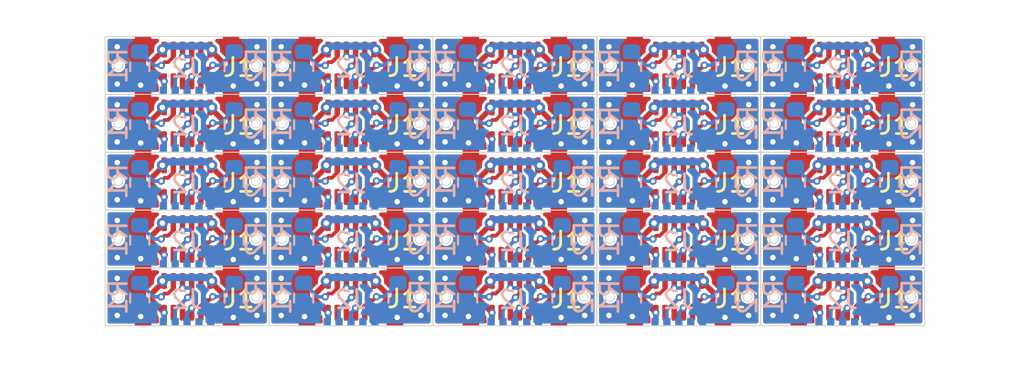
<source format=kicad_pcb>
(kicad_pcb (version 20211014) (generator pcbnew)
  (layers (0 "F.Cu" signal) (31 "B.Cu" signal) (34 "B.Paste" user) (35 "F.Paste" user) (36 "B.SilkS" user "B.Silkscreen") (37 "F.SilkS" user "F.Silkscreen") (38 "B.Mask" user) (39 "F.Mask" user) (44 "Edge.Cuts" user))
  (net 0 "")
  (net 1 "GND")
  (net 2 "Net-(J1-PadA4)")
  (net 3 "Net-(J1-PadA5)")
  (net 4 "Net-(J1-PadA6)")
  (net 5 "Net-(J1-PadA7)")
  (net 7 "Net-(J1-PadB5)")
  (footprint "Type-c:Type-C 16P Stand SMD" (layer "F.Cu") (at 183.842 87.346)
    (fp_text reference "J1")
    (fp_text value "USB_C_Receptacle_USB2.0")
    (fp_rect (start -4.47 -1.58) (end 4.47 1.58) (layer "Edge.Cuts") (width 0.05) (fill none))
    (fp_circle (center -3.75 0) (end -3.5 0) (layer "Edge.Cuts") (width 0.05) (fill none))
    (fp_circle (center 3.75 0) (end 4 0) (layer "Edge.Cuts") (width 0.05) (fill none))
  )
  (footprint "Type-c:USB_Micro-B_GCT_USB3076-30-A" (layer "F.Cu") (at 165.962 82.38 180)
    (fp_text reference "J2")
    (fp_text value "USB_B_Micro")
  )
  (footprint "Type-c:USB_Micro-B_GCT_USB3076-30-A" (layer "F.Cu") (at 183.842 91.86 180)
    (fp_text reference "J2")
    (fp_text value "USB_B_Micro")
  )
  (footprint "Type-c:USB_Micro-B_GCT_USB3076-30-A" (layer "F.Cu") (at 174.902 82.38 180)
    (fp_text reference "J2")
    (fp_text value "USB_B_Micro")
  )
  (footprint "Type-c:Type-C 16P Stand SMD" (layer "F.Cu") (at 165.962 81.026)
    (fp_text reference "J1")
    (fp_text value "USB_C_Receptacle_USB2.0")
    (fp_rect (start -4.47 -1.58) (end 4.47 1.58) (layer "Edge.Cuts") (width 0.05) (fill none))
    (fp_circle (center 3.75 0) (end 4 0) (layer "Edge.Cuts") (width 0.05) (fill none))
    (fp_circle (center -3.75 0) (end -3.5 0) (layer "Edge.Cuts") (width 0.05) (fill none))
  )
  (footprint "Type-c:USB_Micro-B_GCT_USB3076-30-A" (layer "F.Cu") (at 148.082 82.38 180)
    (fp_text reference "J2")
    (fp_text value "USB_B_Micro")
  )
  (footprint "Type-c:Type-C 16P Stand SMD" (layer "F.Cu") (at 165.962 84.186)
    (fp_text reference "J1")
    (fp_text value "USB_C_Receptacle_USB2.0")
    (fp_rect (start -4.47 -1.58) (end 4.47 1.58) (layer "Edge.Cuts") (width 0.05) (fill none))
    (fp_circle (center 3.75 0) (end 4 0) (layer "Edge.Cuts") (width 0.05) (fill none))
    (fp_circle (center -3.75 0) (end -3.5 0) (layer "Edge.Cuts") (width 0.05) (fill none))
  )
  (footprint "Type-c:Type-C 16P Stand SMD" (layer "F.Cu") (at 148.082 84.186)
    (fp_text reference "J1")
    (fp_text value "USB_C_Receptacle_USB2.0")
    (fp_rect (start -4.47 -1.58) (end 4.47 1.58) (layer "Edge.Cuts") (width 0.05) (fill none))
    (fp_circle (center 3.75 0) (end 4 0) (layer "Edge.Cuts") (width 0.05) (fill none))
    (fp_circle (center -3.75 0) (end -3.5 0) (layer "Edge.Cuts") (width 0.05) (fill none))
  )
  (footprint "Type-c:USB_Micro-B_GCT_USB3076-30-A" (layer "F.Cu") (at 174.902 85.54 180)
    (fp_text reference "J2")
    (fp_text value "USB_B_Micro")
  )
  (footprint "Type-c:Type-C 16P Stand SMD" (layer "F.Cu") (at 157.022 93.666)
    (fp_text reference "J1")
    (fp_text value "USB_C_Receptacle_USB2.0")
    (fp_rect (start -4.47 -1.58) (end 4.47 1.58) (layer "Edge.Cuts") (width 0.05) (fill none))
    (fp_circle (center -3.75 0) (end -3.5 0) (layer "Edge.Cuts") (width 0.05) (fill none))
    (fp_circle (center 3.75 0) (end 4 0) (layer "Edge.Cuts") (width 0.05) (fill none))
  )
  (footprint "Type-c:USB_Micro-B_GCT_USB3076-30-A" (layer "F.Cu") (at 157.022 85.54 180)
    (fp_text reference "J2")
    (fp_text value "USB_B_Micro")
  )
  (footprint "Type-c:Type-C 16P Stand SMD" (layer "F.Cu") (at 148.082 81.026)
    (fp_text reference "J1")
    (fp_text value "USB_C_Receptacle_USB2.0")
    (fp_rect (start -4.47 -1.58) (end 4.47 1.58) (layer "Edge.Cuts") (width 0.05) (fill none))
    (fp_circle (center 3.75 0) (end 4 0) (layer "Edge.Cuts") (width 0.05) (fill none))
    (fp_circle (center -3.75 0) (end -3.5 0) (layer "Edge.Cuts") (width 0.05) (fill none))
  )
  (footprint "Type-c:USB_Micro-B_GCT_USB3076-30-A" (layer "F.Cu") (at 174.902 91.86 180)
    (fp_text reference "J2")
    (fp_text value "USB_B_Micro")
  )
  (footprint "Type-c:USB_Micro-B_GCT_USB3076-30-A" (layer "F.Cu") (at 148.082 85.54 180)
    (fp_text reference "J2")
    (fp_text value "USB_B_Micro")
  )
  (footprint "Type-c:Type-C 16P Stand SMD" (layer "F.Cu") (at 165.962 90.506)
    (fp_text reference "J1")
    (fp_text value "USB_C_Receptacle_USB2.0")
    (fp_rect (start -4.47 -1.58) (end 4.47 1.58) (layer "Edge.Cuts") (width 0.05) (fill none))
    (fp_circle (center 3.75 0) (end 4 0) (layer "Edge.Cuts") (width 0.05) (fill none))
    (fp_circle (center -3.75 0) (end -3.5 0) (layer "Edge.Cuts") (width 0.05) (fill none))
  )
  (footprint "Type-c:USB_Micro-B_GCT_USB3076-30-A" (layer "F.Cu") (at 157.022 91.86 180)
    (fp_text reference "J2")
    (fp_text value "USB_B_Micro")
  )
  (footprint "Type-c:Type-C 16P Stand SMD" (layer "F.Cu") (at 174.902 84.186)
    (fp_text reference "J1")
    (fp_text value "USB_C_Receptacle_USB2.0")
    (fp_rect (start -4.47 -1.58) (end 4.47 1.58) (layer "Edge.Cuts") (width 0.05) (fill none))
    (fp_circle (center -3.75 0) (end -3.5 0) (layer "Edge.Cuts") (width 0.05) (fill none))
    (fp_circle (center 3.75 0) (end 4 0) (layer "Edge.Cuts") (width 0.05) (fill none))
  )
  (footprint "Type-c:USB_Micro-B_GCT_USB3076-30-A" (layer "F.Cu") (at 165.962 91.86 180)
    (fp_text reference "J2")
    (fp_text value "USB_B_Micro")
  )
  (footprint "Type-c:USB_Micro-B_GCT_USB3076-30-A" (layer "F.Cu") (at 165.962 95.02 180)
    (fp_text reference "J2")
    (fp_text value "USB_B_Micro")
  )
  (footprint "Type-c:Type-C 16P Stand SMD" (layer "F.Cu") (at 174.902 87.346)
    (fp_text reference "J1")
    (fp_text value "USB_C_Receptacle_USB2.0")
    (fp_rect (start -4.47 -1.58) (end 4.47 1.58) (layer "Edge.Cuts") (width 0.05) (fill none))
    (fp_circle (center 3.75 0) (end 4 0) (layer "Edge.Cuts") (width 0.05) (fill none))
    (fp_circle (center -3.75 0) (end -3.5 0) (layer "Edge.Cuts") (width 0.05) (fill none))
  )
  (footprint "Type-c:Type-C 16P Stand SMD" (layer "F.Cu") (at 157.022 90.506)
    (fp_text reference "J1")
    (fp_text value "USB_C_Receptacle_USB2.0")
    (fp_rect (start -4.47 -1.58) (end 4.47 1.58) (layer "Edge.Cuts") (width 0.05) (fill none))
    (fp_circle (center -3.75 0) (end -3.5 0) (layer "Edge.Cuts") (width 0.05) (fill none))
    (fp_circle (center 3.75 0) (end 4 0) (layer "Edge.Cuts") (width 0.05) (fill none))
  )
  (footprint "Type-c:Type-C 16P Stand SMD" (layer "F.Cu") (at 165.962 93.666)
    (fp_text reference "J1")
    (fp_text value "USB_C_Receptacle_USB2.0")
    (fp_rect (start -4.47 -1.58) (end 4.47 1.58) (layer "Edge.Cuts") (width 0.05) (fill none))
    (fp_circle (center -3.75 0) (end -3.5 0) (layer "Edge.Cuts") (width 0.05) (fill none))
    (fp_circle (center 3.75 0) (end 4 0) (layer "Edge.Cuts") (width 0.05) (fill none))
  )
  (footprint "Type-c:USB_Micro-B_GCT_USB3076-30-A" (layer "F.Cu") (at 148.082 88.7 180)
    (fp_text reference "J2")
    (fp_text value "USB_B_Micro")
  )
  (footprint "Type-c:USB_Micro-B_GCT_USB3076-30-A" (layer "F.Cu") (at 183.842 95.02 180)
    (fp_text reference "J2")
    (fp_text value "USB_B_Micro")
  )
  (footprint "Type-c:USB_Micro-B_GCT_USB3076-30-A" (layer "F.Cu") (at 157.022 82.38 180)
    (fp_text reference "J2")
    (fp_text value "USB_B_Micro")
  )
  (footprint "Type-c:USB_Micro-B_GCT_USB3076-30-A" (layer "F.Cu") (at 174.902 88.7 180)
    (fp_text reference "J2")
    (fp_text value "USB_B_Micro")
  )
  (footprint "Type-c:Type-C 16P Stand SMD" (layer "F.Cu") (at 148.082 90.506)
    (fp_text reference "J1")
    (fp_text value "USB_C_Receptacle_USB2.0")
    (fp_rect (start -4.47 -1.58) (end 4.47 1.58) (layer "Edge.Cuts") (width 0.05) (fill none))
    (fp_circle (center 3.75 0) (end 4 0) (layer "Edge.Cuts") (width 0.05) (fill none))
    (fp_circle (center -3.75 0) (end -3.5 0) (layer "Edge.Cuts") (width 0.05) (fill none))
  )
  (footprint "Type-c:Type-C 16P Stand SMD" (layer "F.Cu") (at 174.902 90.506)
    (fp_text reference "J1")
    (fp_text value "USB_C_Receptacle_USB2.0")
    (fp_rect (start -4.47 -1.58) (end 4.47 1.58) (layer "Edge.Cuts") (width 0.05) (fill none))
    (fp_circle (center 3.75 0) (end 4 0) (layer "Edge.Cuts") (width 0.05) (fill none))
    (fp_circle (center -3.75 0) (end -3.5 0) (layer "Edge.Cuts") (width 0.05) (fill none))
  )
  (footprint "Type-c:Type-C 16P Stand SMD" (layer "F.Cu") (at 148.082 87.346)
    (fp_text reference "J1")
    (fp_text value "USB_C_Receptacle_USB2.0")
    (fp_rect (start -4.47 -1.58) (end 4.47 1.58) (layer "Edge.Cuts") (width 0.05) (fill none))
    (fp_circle (center 3.75 0) (end 4 0) (layer "Edge.Cuts") (width 0.05) (fill none))
    (fp_circle (center -3.75 0) (end -3.5 0) (layer "Edge.Cuts") (width 0.05) (fill none))
  )
  (footprint "Type-c:Type-C 16P Stand SMD" (layer "F.Cu") (at 183.842 84.186)
    (fp_text reference "J1")
    (fp_text value "USB_C_Receptacle_USB2.0")
    (fp_rect (start -4.47 -1.58) (end 4.47 1.58) (layer "Edge.Cuts") (width 0.05) (fill none))
    (fp_circle (center -3.75 0) (end -3.5 0) (layer "Edge.Cuts") (width 0.05) (fill none))
    (fp_circle (center 3.75 0) (end 4 0) (layer "Edge.Cuts") (width 0.05) (fill none))
  )
  (footprint "Type-c:USB_Micro-B_GCT_USB3076-30-A" (layer "F.Cu") (at 183.842 88.7 180)
    (fp_text reference "J2")
    (fp_text value "USB_B_Micro")
  )
  (footprint "Type-c:USB_Micro-B_GCT_USB3076-30-A" (layer "F.Cu") (at 165.962 85.54 180)
    (fp_text reference "J2")
    (fp_text value "USB_B_Micro")
  )
  (footprint "Type-c:Type-C 16P Stand SMD" (layer "F.Cu") (at 157.022 84.186)
    (fp_text reference "J1")
    (fp_text value "USB_C_Receptacle_USB2.0")
    (fp_rect (start -4.47 -1.58) (end 4.47 1.58) (layer "Edge.Cuts") (width 0.05) (fill none))
    (fp_circle (center 3.75 0) (end 4 0) (layer "Edge.Cuts") (width 0.05) (fill none))
    (fp_circle (center -3.75 0) (end -3.5 0) (layer "Edge.Cuts") (width 0.05) (fill none))
  )
  (footprint "Type-c:USB_Micro-B_GCT_USB3076-30-A" (layer "F.Cu") (at 165.962 88.7 180)
    (fp_text reference "J2")
    (fp_text value "USB_B_Micro")
  )
  (footprint "Type-c:USB_Micro-B_GCT_USB3076-30-A" (layer "F.Cu") (at 148.082 95.02 180)
    (fp_text reference "J2")
    (fp_text value "USB_B_Micro")
  )
  (footprint "Type-c:Type-C 16P Stand SMD" (layer "F.Cu") (at 174.902 81.026)
    (fp_text reference "J1")
    (fp_text value "USB_C_Receptacle_USB2.0")
    (fp_rect (start -4.47 -1.58) (end 4.47 1.58) (layer "Edge.Cuts") (width 0.05) (fill none))
    (fp_circle (center -3.75 0) (end -3.5 0) (layer "Edge.Cuts") (width 0.05) (fill none))
    (fp_circle (center 3.75 0) (end 4 0) (layer "Edge.Cuts") (width 0.05) (fill none))
  )
  (footprint "Type-c:USB_Micro-B_GCT_USB3076-30-A" (layer "F.Cu") (at 148.082 91.86 180)
    (fp_text reference "J2")
    (fp_text value "USB_B_Micro")
  )
  (footprint "Type-c:Type-C 16P Stand SMD" (layer "F.Cu") (at 183.842 90.506)
    (fp_text reference "J1")
    (fp_text value "USB_C_Receptacle_USB2.0")
    (fp_rect (start -4.47 -1.58) (end 4.47 1.58) (layer "Edge.Cuts") (width 0.05) (fill none))
    (fp_circle (center -3.75 0) (end -3.5 0) (layer "Edge.Cuts") (width 0.05) (fill none))
    (fp_circle (center 3.75 0) (end 4 0) (layer "Edge.Cuts") (width 0.05) (fill none))
  )
  (footprint "Type-c:Type-C 16P Stand SMD" (layer "F.Cu") (at 148.082 93.666)
    (fp_text reference "J1")
    (fp_text value "USB_C_Receptacle_USB2.0")
    (fp_rect (start -4.47 -1.58) (end 4.47 1.58) (layer "Edge.Cuts") (width 0.05) (fill none))
    (fp_circle (center 3.75 0) (end 4 0) (layer "Edge.Cuts") (width 0.05) (fill none))
    (fp_circle (center -3.75 0) (end -3.5 0) (layer "Edge.Cuts") (width 0.05) (fill none))
  )
  (footprint "Type-c:Type-C 16P Stand SMD" (layer "F.Cu") (at 183.842 81.026)
    (fp_text reference "J1")
    (fp_text value "USB_C_Receptacle_USB2.0")
    (fp_rect (start -4.47 -1.58) (end 4.47 1.58) (layer "Edge.Cuts") (width 0.05) (fill none))
    (fp_circle (center -3.75 0) (end -3.5 0) (layer "Edge.Cuts") (width 0.05) (fill none))
    (fp_circle (center 3.75 0) (end 4 0) (layer "Edge.Cuts") (width 0.05) (fill none))
  )
  (footprint "Type-c:Type-C 16P Stand SMD" (layer "F.Cu") (at 174.902 93.666)
    (fp_text reference "J1")
    (fp_text value "USB_C_Receptacle_USB2.0")
    (fp_rect (start -4.47 -1.58) (end 4.47 1.58) (layer "Edge.Cuts") (width 0.05) (fill none))
    (fp_circle (center -3.75 0) (end -3.5 0) (layer "Edge.Cuts") (width 0.05) (fill none))
    (fp_circle (center 3.75 0) (end 4 0) (layer "Edge.Cuts") (width 0.05) (fill none))
  )
  (footprint "Type-c:Type-C 16P Stand SMD" (layer "F.Cu") (at 157.022 87.346)
    (fp_text reference "J1")
    (fp_text value "USB_C_Receptacle_USB2.0")
    (fp_rect (start -4.47 -1.58) (end 4.47 1.58) (layer "Edge.Cuts") (width 0.05) (fill none))
    (fp_circle (center 3.75 0) (end 4 0) (layer "Edge.Cuts") (width 0.05) (fill none))
    (fp_circle (center -3.75 0) (end -3.5 0) (layer "Edge.Cuts") (width 0.05) (fill none))
  )
  (footprint "Type-c:Type-C 16P Stand SMD" (layer "F.Cu") (at 183.842 93.666)
    (fp_text reference "J1")
    (fp_text value "USB_C_Receptacle_USB2.0")
    (fp_rect (start -4.47 -1.58) (end 4.47 1.58) (layer "Edge.Cuts") (width 0.05) (fill none))
    (fp_circle (center -3.75 0) (end -3.5 0) (layer "Edge.Cuts") (width 0.05) (fill none))
    (fp_circle (center 3.75 0) (end 4 0) (layer "Edge.Cuts") (width 0.05) (fill none))
  )
  (footprint "Type-c:USB_Micro-B_GCT_USB3076-30-A" (layer "F.Cu") (at 183.842 82.38 180)
    (fp_text reference "J2")
    (fp_text value "USB_B_Micro")
  )
  (footprint "Type-c:USB_Micro-B_GCT_USB3076-30-A" (layer "F.Cu") (at 183.842 85.54 180)
    (fp_text reference "J2")
    (fp_text value "USB_B_Micro")
  )
  (footprint "Type-c:Type-C 16P Stand SMD" (layer "F.Cu") (at 165.962 87.346)
    (fp_text reference "J1")
    (fp_text value "USB_C_Receptacle_USB2.0")
    (fp_rect (start -4.47 -1.58) (end 4.47 1.58) (layer "Edge.Cuts") (width 0.05) (fill none))
    (fp_circle (center 3.75 0) (end 4 0) (layer "Edge.Cuts") (width 0.05) (fill none))
    (fp_circle (center -3.75 0) (end -3.5 0) (layer "Edge.Cuts") (width 0.05) (fill none))
  )
  (footprint "Type-c:Type-C 16P Stand SMD" (layer "F.Cu") (at 157.022 81.026)
    (fp_text reference "J1")
    (fp_text value "USB_C_Receptacle_USB2.0")
    (fp_rect (start -4.47 -1.58) (end 4.47 1.58) (layer "Edge.Cuts") (width 0.05) (fill none))
    (fp_circle (center -3.75 0) (end -3.5 0) (layer "Edge.Cuts") (width 0.05) (fill none))
    (fp_circle (center 3.75 0) (end 4 0) (layer "Edge.Cuts") (width 0.05) (fill none))
  )
  (footprint "Type-c:USB_Micro-B_GCT_USB3076-30-A" (layer "F.Cu") (at 157.022 95.02 180)
    (fp_text reference "J2")
    (fp_text value "USB_B_Micro")
  )
  (footprint "Type-c:USB_Micro-B_GCT_USB3076-30-A" (layer "F.Cu") (at 174.902 95.02 180)
    (fp_text reference "J2")
    (fp_text value "USB_B_Micro")
  )
  (footprint "Type-c:USB_Micro-B_GCT_USB3076-30-A" (layer "F.Cu") (at 157.022 88.7 180)
    (fp_text reference "J2")
    (fp_text value "USB_B_Micro")
  )
  (footprint "Resistor_SMD:R_0603_1608Metric" (layer "B.Cu") (at 154.44 93.74 90)
    (fp_text reference "R1")
    (fp_text value "5.1K")
  )
  (footprint "Resistor_SMD:R_0603_1608Metric" (layer "B.Cu") (at 186.41 87.42 90)
    (fp_text reference "R2")
    (fp_text value "5.1K")
  )
  (footprint "Resistor_SMD:R_0603_1608Metric" (layer "B.Cu") (at 159.59 84.26 90)
    (fp_text reference "R2")
    (fp_text value "5.1K")
  )
  (footprint "Resistor_SMD:R_0603_1608Metric" (layer "B.Cu") (at 145.5 87.42 90)
    (fp_text reference "R1")
    (fp_text value "5.1K")
  )
  (footprint "Resistor_SMD:R_0603_1608Metric" (layer "B.Cu") (at 159.59 87.42 90)
    (fp_text reference "R2")
    (fp_text value "5.1K")
  )
  (footprint "Resistor_SMD:R_0603_1608Metric" (layer "B.Cu") (at 172.32 84.26 90)
    (fp_text reference "R1")
    (fp_text value "5.1K")
  )
  (footprint "Resistor_SMD:R_0603_1608Metric" (layer "B.Cu") (at 145.5 90.58 90)
    (fp_text reference "R1")
    (fp_text value "5.1K")
  )
  (footprint "Resistor_SMD:R_0603_1608Metric" (layer "B.Cu") (at 150.65 93.74 90)
    (fp_text reference "R2")
    (fp_text value "5.1K")
  )
  (footprint "Resistor_SMD:R_0603_1608Metric" (layer "B.Cu") (at 181.26 81.1 90)
    (fp_text reference "R1")
    (fp_text value "5.1K")
  )
  (footprint "Resistor_SMD:R_0603_1608Metric" (layer "B.Cu") (at 186.41 81.1 90)
    (fp_text reference "R2")
    (fp_text value "5.1K")
  )
  (footprint "Resistor_SMD:R_0603_1608Metric" (layer "B.Cu") (at 154.44 81.1 90)
    (fp_text reference "R1")
    (fp_text value "5.1K")
  )
  (footprint "Resistor_SMD:R_0603_1608Metric" (layer "B.Cu") (at 150.65 87.42 90)
    (fp_text reference "R2")
    (fp_text value "5.1K")
  )
  (footprint "Resistor_SMD:R_0603_1608Metric" (layer "B.Cu") (at 181.26 93.74 90)
    (fp_text reference "R1")
    (fp_text value "5.1K")
  )
  (footprint "Resistor_SMD:R_0603_1608Metric" (layer "B.Cu") (at 168.53 81.1 90)
    (fp_text reference "R2")
    (fp_text value "5.1K")
  )
  (footprint "Resistor_SMD:R_0603_1608Metric" (layer "B.Cu") (at 181.26 90.58 90)
    (fp_text reference "R1")
    (fp_text value "5.1K")
  )
  (footprint "Resistor_SMD:R_0603_1608Metric" (layer "B.Cu") (at 150.65 84.26 90)
    (fp_text reference "R2")
    (fp_text value "5.1K")
  )
  (footprint "Resistor_SMD:R_0603_1608Metric" (layer "B.Cu") (at 186.41 84.26 90)
    (fp_text reference "R2")
    (fp_text value "5.1K")
  )
  (footprint "Resistor_SMD:R_0603_1608Metric" (layer "B.Cu") (at 172.32 81.1 90)
    (fp_text reference "R1")
    (fp_text value "5.1K")
  )
  (footprint "Resistor_SMD:R_0603_1608Metric" (layer "B.Cu") (at 150.65 90.58 90)
    (fp_text reference "R2")
    (fp_text value "5.1K")
  )
  (footprint "Resistor_SMD:R_0603_1608Metric" (layer "B.Cu") (at 145.5 84.26 90)
    (fp_text reference "R1")
    (fp_text value "5.1K")
  )
  (footprint "Resistor_SMD:R_0603_1608Metric" (layer "B.Cu") (at 177.47 90.58 90)
    (fp_text reference "R2")
    (fp_text value "5.1K")
  )
  (footprint "Resistor_SMD:R_0603_1608Metric" (layer "B.Cu") (at 159.59 93.74 90)
    (fp_text reference "R2")
    (fp_text value "5.1K")
  )
  (footprint "Resistor_SMD:R_0603_1608Metric" (layer "B.Cu") (at 145.5 81.1 90)
    (fp_text reference "R1")
    (fp_text value "5.1K")
  )
  (footprint "Resistor_SMD:R_0603_1608Metric" (layer "B.Cu") (at 163.38 84.26 90)
    (fp_text reference "R1")
    (fp_text value "5.1K")
  )
  (footprint "Resistor_SMD:R_0603_1608Metric" (layer "B.Cu") (at 177.47 93.74 90)
    (fp_text reference "R2")
    (fp_text value "5.1K")
  )
  (footprint "Resistor_SMD:R_0603_1608Metric" (layer "B.Cu") (at 168.53 87.42 90)
    (fp_text reference "R2")
    (fp_text value "5.1K")
  )
  (footprint "Resistor_SMD:R_0603_1608Metric" (layer "B.Cu") (at 168.53 84.26 90)
    (fp_text reference "R2")
    (fp_text value "5.1K")
  )
  (footprint "Resistor_SMD:R_0603_1608Metric" (layer "B.Cu") (at 172.32 87.42 90)
    (fp_text reference "R1")
    (fp_text value "5.1K")
  )
  (footprint "Resistor_SMD:R_0603_1608Metric" (layer "B.Cu") (at 181.26 87.42 90)
    (fp_text reference "R1")
    (fp_text value "5.1K")
  )
  (footprint "Resistor_SMD:R_0603_1608Metric" (layer "B.Cu") (at 177.47 87.42 90)
    (fp_text reference "R2")
    (fp_text value "5.1K")
  )
  (footprint "Resistor_SMD:R_0603_1608Metric" (layer "B.Cu") (at 154.44 84.26 90)
    (fp_text reference "R1")
    (fp_text value "5.1K")
  )
  (footprint "Resistor_SMD:R_0603_1608Metric" (layer "B.Cu") (at 154.44 87.42 90)
    (fp_text reference "R1")
    (fp_text value "5.1K")
  )
  (footprint "Resistor_SMD:R_0603_1608Metric" (layer "B.Cu") (at 159.59 90.58 90)
    (fp_text reference "R2")
    (fp_text value "5.1K")
  )
  (footprint "Resistor_SMD:R_0603_1608Metric" (layer "B.Cu") (at 168.53 93.74 90)
    (fp_text reference "R2")
    (fp_text value "5.1K")
  )
  (footprint "Resistor_SMD:R_0603_1608Metric" (layer "B.Cu") (at 177.47 84.26 90)
    (fp_text reference "R2")
    (fp_text value "5.1K")
  )
  (footprint "Resistor_SMD:R_0603_1608Metric" (layer "B.Cu") (at 145.5 93.74 90)
    (fp_text reference "R1")
    (fp_text value "5.1K")
  )
  (footprint "Resistor_SMD:R_0603_1608Metric" (layer "B.Cu") (at 168.53 90.58 90)
    (fp_text reference "R2")
    (fp_text value "5.1K")
  )
  (footprint "Resistor_SMD:R_0603_1608Metric" (layer "B.Cu") (at 163.38 81.1 90)
    (fp_text reference "R1")
    (fp_text value "5.1K")
  )
  (footprint "Resistor_SMD:R_0603_1608Metric" (layer "B.Cu") (at 186.41 93.74 90)
    (fp_text reference "R2")
    (fp_text value "5.1K")
  )
  (footprint "Resistor_SMD:R_0603_1608Metric" (layer "B.Cu") (at 177.47 81.1 90)
    (fp_text reference "R2")
    (fp_text value "5.1K")
  )
  (footprint "Resistor_SMD:R_0603_1608Metric" (layer "B.Cu") (at 150.65 81.1 90)
    (fp_text reference "R2")
    (fp_text value "5.1K")
  )
  (footprint "Resistor_SMD:R_0603_1608Metric" (layer "B.Cu") (at 163.38 87.42 90)
    (fp_text reference "R1")
    (fp_text value "5.1K")
  )
  (footprint "Resistor_SMD:R_0603_1608Metric" (layer "B.Cu") (at 154.44 90.58 90)
    (fp_text reference "R1")
    (fp_text value "5.1K")
  )
  (footprint "Resistor_SMD:R_0603_1608Metric" (layer "B.Cu") (at 159.59 81.1 90)
    (fp_text reference "R2")
    (fp_text value "5.1K")
  )
  (footprint "Resistor_SMD:R_0603_1608Metric" (layer "B.Cu") (at 172.32 90.58 90)
    (fp_text reference "R1")
    (fp_text value "5.1K")
  )
  (footprint "Resistor_SMD:R_0603_1608Metric" (layer "B.Cu") (at 163.38 90.58 90)
    (fp_text reference "R1")
    (fp_text value "5.1K")
  )
  (footprint "Resistor_SMD:R_0603_1608Metric" (layer "B.Cu") (at 172.32 93.74 90)
    (fp_text reference "R1")
    (fp_text value "5.1K")
  )
  (footprint "Resistor_SMD:R_0603_1608Metric" (layer "B.Cu") (at 186.41 90.58 90)
    (fp_text reference "R2")
    (fp_text value "5.1K")
  )
  (footprint "Resistor_SMD:R_0603_1608Metric" (layer "B.Cu") (at 181.26 84.26 90)
    (fp_text reference "R1")
    (fp_text value "5.1K")
  )
  (footprint "Resistor_SMD:R_0603_1608Metric" (layer "B.Cu") (at 163.38 93.74 90)
    (fp_text reference "R1")
    (fp_text value "5.1K")
  )
  (via (at 168.48 85.31) (size 0.6) (drill 0.3) (layers "F.Cu" "B.Cu") (net 1))
  (via (at 151.892 82.042) (size 0.6) (drill 0.3) (layers "F.Cu" "B.Cu") (net 1))
  (via (at 150.6 91.63) (size 0.6) (drill 0.3) (layers "F.Cu" "B.Cu") (net 1))
  (via (at 178.712 89.49) (size 0.6) (drill 0.3) (layers "F.Cu" "B.Cu") (net 1))
  (via (at 144.272 80.01) (size 0.6) (drill 0.3) (layers "F.Cu" "B.Cu") (net 1))
  (via (at 159.54 91.63) (size 0.6) (drill 0.3) (layers "F.Cu" "B.Cu") (net 1))
  (via (at 187.652 92.65) (size 0.6) (drill 0.3) (layers "F.Cu" "B.Cu") (net 1))
  (via (at 171.092 82.042) (size 0.6) (drill 0.3) (layers "F.Cu" "B.Cu") (net 1))
  (via (at 186.36 91.63) (size 0.6) (drill 0.3) (layers "F.Cu" "B.Cu") (net 1))
  (via (at 171.092 85.202) (size 0.6) (drill 0.3) (layers "F.Cu" "B.Cu") (net 1))
  (via (at 154.49 91.58) (size 0.6) (drill 0.3) (layers "F.Cu" "B.Cu") (net 1))
  (via (at 160.832 82.042) (size 0.6) (drill 0.3) (layers "F.Cu" "B.Cu") (net 1))
  (via (at 153.212 80.01) (size 0.6) (drill 0.3) (layers "F.Cu" "B.Cu") (net 1))
  (via (at 160.832 89.49) (size 0.6) (drill 0.3) (layers "F.Cu" "B.Cu") (net 1))
  (via (at 154.49 85.26) (size 0.6) (drill 0.3) (layers "F.Cu" "B.Cu") (net 1))
  (via (at 162.152 83.17) (size 0.6) (drill 0.3) (layers "F.Cu" "B.Cu") (net 1))
  (via (at 168.48 91.63) (size 0.6) (drill 0.3) (layers "F.Cu" "B.Cu") (net 1))
  (via (at 169.772 91.522) (size 0.6) (drill 0.3) (layers "F.Cu" "B.Cu") (net 1))
  (via (at 151.892 86.33) (size 0.6) (drill 0.3) (layers "F.Cu" "B.Cu") (net 1))
  (via (at 168.48 82.15) (size 0.6) (drill 0.3) (layers "F.Cu" "B.Cu") (net 1))
  (via (at 159.54 88.47) (size 0.6) (drill 0.3) (layers "F.Cu" "B.Cu") (net 1))
  (via (at 145.55 85.26) (size 0.6) (drill 0.3) (layers "F.Cu" "B.Cu") (net 1))
  (via (at 150.6 82.15) (size 0.6) (drill 0.3) (layers "F.Cu" "B.Cu") (net 1))
  (via (at 178.712 92.65) (size 0.6) (drill 0.3) (layers "F.Cu" "B.Cu") (net 1))
  (via (at 169.772 88.362) (size 0.6) (drill 0.3) (layers "F.Cu" "B.Cu") (net 1))
  (via (at 181.31 85.26) (size 0.6) (drill 0.3) (layers "F.Cu" "B.Cu") (net 1))
  (via (at 177.42 85.31) (size 0.6) (drill 0.3) (layers "F.Cu" "B.Cu") (net 1))
  (via (at 171.092 89.49) (size 0.6) (drill 0.3) (layers "F.Cu" "B.Cu") (net 1))
  (via (at 163.43 85.26) (size 0.6) (drill 0.3) (layers "F.Cu" "B.Cu") (net 1))
  (via (at 151.892 94.682) (size 0.6) (drill 0.3) (layers "F.Cu" "B.Cu") (net 1))
  (via (at 145.55 94.74) (size 0.6) (drill 0.3) (layers "F.Cu" "B.Cu") (net 1))
  (via (at 160.832 92.65) (size 0.6) (drill 0.3) (layers "F.Cu" "B.Cu") (net 1))
  (via (at 180.032 85.202) (size 0.6) (drill 0.3) (layers "F.Cu" "B.Cu") (net 1))
  (via (at 163.43 94.74) (size 0.6) (drill 0.3) (layers "F.Cu" "B.Cu") (net 1))
  (via (at 153.212 91.522) (size 0.6) (drill 0.3) (layers "F.Cu" "B.Cu") (net 1))
  (via (at 145.55 91.58) (size 0.6) (drill 0.3) (layers "F.Cu" "B.Cu") (net 1))
  (via (at 171.092 86.33) (size 0.6) (drill 0.3) (layers "F.Cu" "B.Cu") (net 1))
  (via (at 187.652 80.01) (size 0.6) (drill 0.3) (layers "F.Cu" "B.Cu") (net 1))
  (via (at 172.37 94.74) (size 0.6) (drill 0.3) (layers "F.Cu" "B.Cu") (net 1))
  (via (at 178.712 83.17) (size 0.6) (drill 0.3) (layers "F.Cu" "B.Cu") (net 1))
  (via (at 153.212 85.202) (size 0.6) (drill 0.3) (layers "F.Cu" "B.Cu") (net 1))
  (via (at 160.832 86.33) (size 0.6) (drill 0.3) (layers "F.Cu" "B.Cu") (net 1))
  (via (at 151.892 83.17) (size 0.6) (drill 0.3) (layers "F.Cu" "B.Cu") (net 1))
  (via (at 162.152 91.522) (size 0.6) (drill 0.3) (layers "F.Cu" "B.Cu") (net 1))
  (via (at 187.652 91.522) (size 0.6) (drill 0.3) (layers "F.Cu" "B.Cu") (net 1))
  (via (at 169.772 80.01) (size 0.6) (drill 0.3) (layers "F.Cu" "B.Cu") (net 1))
  (via (at 187.652 85.202) (size 0.6) (drill 0.3) (layers "F.Cu" "B.Cu") (net 1))
  (via (at 186.36 85.31) (size 0.6) (drill 0.3) (layers "F.Cu" "B.Cu") (net 1))
  (via (at 150.6 85.31) (size 0.6) (drill 0.3) (layers "F.Cu" "B.Cu") (net 1))
  (via (at 162.152 86.33) (size 0.6) (drill 0.3) (layers "F.Cu" "B.Cu") (net 1))
  (via (at 187.652 94.682) (size 0.6) (drill 0.3) (layers "F.Cu" "B.Cu") (net 1))
  (via (at 178.712 86.33) (size 0.6) (drill 0.3) (layers "F.Cu" "B.Cu") (net 1))
  (via (at 160.832 83.17) (size 0.6) (drill 0.3) (layers "F.Cu" "B.Cu") (net 1))
  (via (at 171.092 91.522) (size 0.6) (drill 0.3) (layers "F.Cu" "B.Cu") (net 1))
  (via (at 163.43 91.58) (size 0.6) (drill 0.3) (layers "F.Cu" "B.Cu") (net 1))
  (via (at 162.152 88.362) (size 0.6) (drill 0.3) (layers "F.Cu" "B.Cu") (net 1))
  (via (at 151.892 92.65) (size 0.6) (drill 0.3) (layers "F.Cu" "B.Cu") (net 1))
  (via (at 150.6 94.79) (size 0.6) (drill 0.3) (layers "F.Cu" "B.Cu") (net 1))
  (via (at 153.212 86.33) (size 0.6) (drill 0.3) (layers "F.Cu" "B.Cu") (net 1))
  (via (at 168.48 88.47) (size 0.6) (drill 0.3) (layers "F.Cu" "B.Cu") (net 1))
  (via (at 145.55 82.1) (size 0.6) (drill 0.3) (layers "F.Cu" "B.Cu") (net 1))
  (via (at 187.652 89.49) (size 0.6) (drill 0.3) (layers "F.Cu" "B.Cu") (net 1))
  (via (at 154.49 88.42) (size 0.6) (drill 0.3) (layers "F.Cu" "B.Cu") (net 1))
  (via (at 159.54 94.79) (size 0.6) (drill 0.3) (layers "F.Cu" "B.Cu") (net 1))
  (via (at 180.032 80.01) (size 0.6) (drill 0.3) (layers "F.Cu" "B.Cu") (net 1))
  (via (at 162.152 94.682) (size 0.6) (drill 0.3) (layers "F.Cu" "B.Cu") (net 1))
  (via (at 177.42 82.15) (size 0.6) (drill 0.3) (layers "F.Cu" "B.Cu") (net 1))
  (via (at 144.272 92.65) (size 0.6) (drill 0.3) (layers "F.Cu" "B.Cu") (net 1))
  (via (at 153.212 89.49) (size 0.6) (drill 0.3) (layers "F.Cu" "B.Cu") (net 1))
  (via (at 181.31 88.42) (size 0.6) (drill 0.3) (layers "F.Cu" "B.Cu") (net 1))
  (via (at 186.36 88.47) (size 0.6) (drill 0.3) (layers "F.Cu" "B.Cu") (net 1))
  (via (at 187.652 82.042) (size 0.6) (drill 0.3) (layers "F.Cu" "B.Cu") (net 1))
  (via (at 169.772 92.65) (size 0.6) (drill 0.3) (layers "F.Cu" "B.Cu") (net 1))
  (via (at 151.892 80.01) (size 0.6) (drill 0.3) (layers "F.Cu" "B.Cu") (net 1))
  (via (at 172.37 91.58) (size 0.6) (drill 0.3) (layers "F.Cu" "B.Cu") (net 1))
  (via (at 187.652 88.362) (size 0.6) (drill 0.3) (layers "F.Cu" "B.Cu") (net 1))
  (via (at 153.212 83.17) (size 0.6) (drill 0.3) (layers "F.Cu" "B.Cu") (net 1))
  (via (at 187.652 86.33) (size 0.6) (drill 0.3) (layers "F.Cu" "B.Cu") (net 1))
  (via (at 151.892 85.202) (size 0.6) (drill 0.3) (layers "F.Cu" "B.Cu") (net 1))
  (via (at 172.37 85.26) (size 0.6) (drill 0.3) (layers "F.Cu" "B.Cu") (net 1))
  (via (at 145.55 88.42) (size 0.6) (drill 0.3) (layers "F.Cu" "B.Cu") (net 1))
  (via (at 151.892 89.49) (size 0.6) (drill 0.3) (layers "F.Cu" "B.Cu") (net 1))
  (via (at 171.092 83.17) (size 0.6) (drill 0.3) (layers "F.Cu" "B.Cu") (net 1))
  (via (at 160.832 94.682) (size 0.6) (drill 0.3) (layers "F.Cu" "B.Cu") (net 1))
  (via (at 168.48 94.79) (size 0.6) (drill 0.3) (layers "F.Cu" "B.Cu") (net 1))
  (via (at 160.832 80.01) (size 0.6) (drill 0.3) (layers "F.Cu" "B.Cu") (net 1))
  (via (at 144.272 83.17) (size 0.6) (drill 0.3) (layers "F.Cu" "B.Cu") (net 1))
  (via (at 169.772 85.202) (size 0.6) (drill 0.3) (layers "F.Cu" "B.Cu") (net 1))
  (via (at 186.36 94.79) (size 0.6) (drill 0.3) (layers "F.Cu" "B.Cu") (net 1))
  (via (at 187.652 83.17) (size 0.6) (drill 0.3) (layers "F.Cu" "B.Cu") (net 1))
  (via (at 180.032 89.49) (size 0.6) (drill 0.3) (layers "F.Cu" "B.Cu") (net 1))
  (via (at 160.832 91.522) (size 0.6) (drill 0.3) (layers "F.Cu" "B.Cu") (net 1))
  (via (at 180.032 88.362) (size 0.6) (drill 0.3) (layers "F.Cu" "B.Cu") (net 1))
  (via (at 169.772 94.682) (size 0.6) (drill 0.3) (layers "F.Cu" "B.Cu") (net 1))
  (via (at 150.6 88.47) (size 0.6) (drill 0.3) (layers "F.Cu" "B.Cu") (net 1))
  (via (at 151.892 91.522) (size 0.6) (drill 0.3) (layers "F.Cu" "B.Cu") (net 1))
  (via (at 144.272 85.202) (size 0.6) (drill 0.3) (layers "F.Cu" "B.Cu") (net 1))
  (via (at 144.272 88.362) (size 0.6) (drill 0.3) (layers "F.Cu" "B.Cu") (net 1))
  (via (at 162.152 82.042) (size 0.6) (drill 0.3) (layers "F.Cu" "B.Cu") (net 1))
  (via (at 159.54 82.15) (size 0.6) (drill 0.3) (layers "F.Cu" "B.Cu") (net 1))
  (via (at 162.152 85.202) (size 0.6) (drill 0.3) (layers "F.Cu" "B.Cu") (net 1))
  (via (at 186.36 82.15) (size 0.6) (drill 0.3) (layers "F.Cu" "B.Cu") (net 1))
  (via (at 169.772 83.17) (size 0.6) (drill 0.3) (layers "F.Cu" "B.Cu") (net 1))
  (via (at 169.772 82.042) (size 0.6) (drill 0.3) (layers "F.Cu" "B.Cu") (net 1))
  (via (at 169.772 86.33) (size 0.6) (drill 0.3) (layers "F.Cu" "B.Cu") (net 1))
  (via (at 144.272 82.042) (size 0.6) (drill 0.3) (layers "F.Cu" "B.Cu") (net 1))
  (via (at 151.892 88.362) (size 0.6) (drill 0.3) (layers "F.Cu" "B.Cu") (net 1))
  (via (at 160.832 85.202) (size 0.6) (drill 0.3) (layers "F.Cu" "B.Cu") (net 1))
  (via (at 181.31 91.58) (size 0.6) (drill 0.3) (layers "F.Cu" "B.Cu") (net 1))
  (via (at 171.092 94.682) (size 0.6) (drill 0.3) (layers "F.Cu" "B.Cu") (net 1))
  (via (at 163.43 82.1) (size 0.6) (drill 0.3) (layers "F.Cu" "B.Cu") (net 1))
  (via (at 153.212 88.362) (size 0.6) (drill 0.3) (layers "F.Cu" "B.Cu") (net 1))
  (via (at 178.712 80.01) (size 0.6) (drill 0.3) (layers "F.Cu" "B.Cu") (net 1))
  (via (at 180.032 83.17) (size 0.6) (drill 0.3) (layers "F.Cu" "B.Cu") (net 1))
  (via (at 181.31 82.1) (size 0.6) (drill 0.3) (layers "F.Cu" "B.Cu") (net 1))
  (via (at 153.212 94.682) (size 0.6) (drill 0.3) (layers "F.Cu" "B.Cu") (net 1))
  (via (at 178.712 91.522) (size 0.6) (drill 0.3) (layers "F.Cu" "B.Cu") (net 1))
  (via (at 180.032 92.65) (size 0.6) (drill 0.3) (layers "F.Cu" "B.Cu") (net 1))
  (via (at 163.43 88.42) (size 0.6) (drill 0.3) (layers "F.Cu" "B.Cu") (net 1))
  (via (at 162.152 89.49) (size 0.6) (drill 0.3) (layers "F.Cu" "B.Cu") (net 1))
  (via (at 181.31 94.74) (size 0.6) (drill 0.3) (layers "F.Cu" "B.Cu") (net 1))
  (via (at 162.152 80.01) (size 0.6) (drill 0.3) (layers "F.Cu" "B.Cu") (net 1))
  (via (at 154.49 94.74) (size 0.6) (drill 0.3) (layers "F.Cu" "B.Cu") (net 1))
  (via (at 180.032 94.682) (size 0.6) (drill 0.3) (layers "F.Cu" "B.Cu") (net 1))
  (via (at 178.712 94.682) (size 0.6) (drill 0.3) (layers "F.Cu" "B.Cu") (net 1))
  (via (at 144.272 89.49) (size 0.6) (drill 0.3) (layers "F.Cu" "B.Cu") (net 1))
  (via (at 177.42 91.63) (size 0.6) (drill 0.3) (layers "F.Cu" "B.Cu") (net 1))
  (via (at 144.272 86.33) (size 0.6) (drill 0.3) (layers "F.Cu" "B.Cu") (net 1))
  (via (at 171.092 88.362) (size 0.6) (drill 0.3) (layers "F.Cu" "B.Cu") (net 1))
  (via (at 178.712 88.362) (size 0.6) (drill 0.3) (layers "F.Cu" "B.Cu") (net 1))
  (via (at 171.092 80.01) (size 0.6) (drill 0.3) (layers "F.Cu" "B.Cu") (net 1))
  (via (at 172.37 88.42) (size 0.6) (drill 0.3) (layers "F.Cu" "B.Cu") (net 1))
  (via (at 180.032 91.522) (size 0.6) (drill 0.3) (layers "F.Cu" "B.Cu") (net 1))
  (via (at 169.772 89.49) (size 0.6) (drill 0.3) (layers "F.Cu" "B.Cu") (net 1))
  (via (at 144.272 94.682) (size 0.6) (drill 0.3) (layers "F.Cu" "B.Cu") (net 1))
  (via (at 160.832 88.362) (size 0.6) (drill 0.3) (layers "F.Cu" "B.Cu") (net 1))
  (via (at 159.54 85.31) (size 0.6) (drill 0.3) (layers "F.Cu" "B.Cu") (net 1))
  (via (at 171.092 92.65) (size 0.6) (drill 0.3) (layers "F.Cu" "B.Cu") (net 1))
  (via (at 153.212 92.65) (size 0.6) (drill 0.3) (layers "F.Cu" "B.Cu") (net 1))
  (via (at 180.032 86.33) (size 0.6) (drill 0.3) (layers "F.Cu" "B.Cu") (net 1))
  (via (at 172.37 82.1) (size 0.6) (drill 0.3) (layers "F.Cu" "B.Cu") (net 1))
  (via (at 177.42 88.47) (size 0.6) (drill 0.3) (layers "F.Cu" "B.Cu") (net 1))
  (via (at 162.152 92.65) (size 0.6) (drill 0.3) (layers "F.Cu" "B.Cu") (net 1))
  (via (at 177.42 94.79) (size 0.6) (drill 0.3) (layers "F.Cu" "B.Cu") (net 1))
  (via (at 153.212 82.042) (size 0.6) (drill 0.3) (layers "F.Cu" "B.Cu") (net 1))
  (via (at 144.272 91.522) (size 0.6) (drill 0.3) (layers "F.Cu" "B.Cu") (net 1))
  (via (at 180.032 82.042) (size 0.6) (drill 0.3) (layers "F.Cu" "B.Cu") (net 1))
  (via (at 178.712 85.202) (size 0.6) (drill 0.3) (layers "F.Cu" "B.Cu") (net 1))
  (via (at 178.712 82.042) (size 0.6) (drill 0.3) (layers "F.Cu" "B.Cu") (net 1))
  (via (at 154.49 82.1) (size 0.6) (drill 0.3) (layers "F.Cu" "B.Cu") (net 1))
  (segment (start 149.99 84.393) (end 149.99 83.979) (width 0.3) (layer "F.Cu") (net 2))
  (segment (start 146.832 86.481) (end 146.15 87.163) (width 0.3) (layer "F.Cu") (net 2))
  (segment (start 181.91 80.843) (end 181.91 81.209) (width 0.3) (layer "F.Cu") (net 2))
  (segment (start 167.87 83.979) (end 167.212 83.321) (width 0.3) (layer "F.Cu") (net 2))
  (segment (start 167.87 90.713) (end 167.87 90.299) (width 0.3) (layer "F.Cu") (net 2))
  (segment (start 158.272 91.371) (end 158.93 90.713) (width 0.3) (layer "F.Cu") (net 2))
  (segment (start 182.592 92.801) (end 181.91 93.483) (width 0.3) (layer "F.Cu") (net 2))
  (segment (start 149.332 81.891) (end 149.99 81.233) (width 0.3) (layer "F.Cu") (net 2))
  (segment (start 146.832 92.801) (end 146.15 93.483) (width 0.3) (layer "F.Cu") (net 2))
  (segment (start 173.652 83.321) (end 172.97 84.003) (width 0.3) (layer "F.Cu") (net 2))
  (segment (start 181.91 93.483) (end 181.91 93.849) (width 0.3) (layer "F.Cu") (net 2))
  (segment (start 172.97 93.483) (end 172.97 93.849) (width 0.3) (layer "F.Cu") (net 2))
  (segment (start 164.03 90.689) (end 164.712 91.371) (width 0.3) (layer "F.Cu") (net 2))
  (segment (start 167.87 87.553) (end 167.87 87.139) (width 0.3) (layer "F.Cu") (net 2))
  (segment (start 185.092 94.531) (end 185.75 93.873) (width 0.3) (layer "F.Cu") (net 2))
  (segment (start 185.092 85.051) (end 185.75 84.393) (width 0.3) (layer "F.Cu") (net 2))
  (segment (start 155.09 93.483) (end 155.09 93.849) (width 0.3) (layer "F.Cu") (net 2))
  (segment (start 167.87 87.139) (end 167.212 86.481) (width 0.3) (layer "F.Cu") (net 2))
  (segment (start 155.09 81.209) (end 155.772 81.891) (width 0.3) (layer "F.Cu") (net 2))
  (segment (start 182.592 80.161) (end 181.91 80.843) (width 0.3) (layer "F.Cu") (net 2))
  (segment (start 146.15 87.529) (end 146.832 88.211) (width 0.3) (layer "F.Cu") (net 2))
  (segment (start 146.832 89.641) (end 146.15 90.323) (width 0.3) (layer "F.Cu") (net 2))
  (segment (start 173.652 86.481) (end 172.97 87.163) (width 0.3) (layer "F.Cu") (net 2))
  (segment (start 146.15 90.689) (end 146.832 91.371) (width 0.3) (layer "F.Cu") (net 2))
  (segment (start 172.97 87.529) (end 173.652 88.211) (width 0.3) (layer "F.Cu") (net 2))
  (segment (start 164.03 87.529) (end 164.712 88.211) (width 0.3) (layer "F.Cu") (net 2))
  (segment (start 149.99 83.979) (end 149.332 83.321) (width 0.3) (layer "F.Cu") (net 2))
  (segment (start 185.75 84.393) (end 185.75 83.979) (width 0.3) (layer "F.Cu") (net 2))
  (segment (start 164.03 80.843) (end 164.03 81.209) (width 0.3) (layer "F.Cu") (net 2))
  (segment (start 185.092 88.211) (end 185.75 87.553) (width 0.3) (layer "F.Cu") (net 2))
  (segment (start 173.652 80.161) (end 172.97 80.843) (width 0.3) (layer "F.Cu") (net 2))
  (segment (start 176.81 83.979) (end 176.152 83.321) (width 0.3) (layer "F.Cu") (net 2))
  (segment (start 176.81 93.459) (end 176.152 92.801) (width 0.3) (layer "F.Cu") (net 2))
  (segment (start 146.15 84.003) (end 146.15 84.369) (width 0.3) (layer "F.Cu") (net 2))
  (segment (start 149.332 85.051) (end 149.99 84.393) (width 0.3) (layer "F.Cu") (net 2))
  (segment (start 176.81 87.139) (end 176.152 86.481) (width 0.3) (layer "F.Cu") (net 2))
  (segment (start 149.99 90.299) (end 149.332 89.641) (width 0.3) (layer "F.Cu") (net 2))
  (segment (start 185.75 93.459) (end 185.092 92.801) (width 0.3) (layer "F.Cu") (net 2))
  (segment (start 176.81 90.299) (end 176.152 89.641) (width 0.3) (layer "F.Cu") (net 2))
  (segment (start 185.75 87.139) (end 185.092 86.481) (width 0.3) (layer "F.Cu") (net 2))
  (segment (start 155.09 87.163) (end 155.09 87.529) (width 0.3) (layer "F.Cu") (net 2))
  (segment (start 164.03 93.483) (end 164.03 93.849) (width 0.3) (layer "F.Cu") (net 2))
  (segment (start 173.652 89.641) (end 172.97 90.323) (width 0.3) (layer "F.Cu") (net 2))
  (segment (start 149.99 93.873) (end 149.99 93.459) (width 0.3) (layer "F.Cu") (net 2))
  (segment (start 155.772 89.641) (end 155.09 90.323) (width 0.3) (layer "F.Cu") (net 2))
  (segment (start 158.272 85.051) (end 158.93 84.393) (width 0.3) (layer "F.Cu") (net 2))
  (segment (start 172.97 84.003) (end 172.97 84.369) (width 0.3) (layer "F.Cu") (net 2))
  (segment (start 172.97 81.209) (end 173.652 81.891) (width 0.3) (layer "F.Cu") (net 2))
  (segment (start 185.75 83.979) (end 185.092 83.321) (width 0.3) (layer "F.Cu") (net 2))
  (segment (start 164.03 84.003) (end 164.03 84.369) (width 0.3) (layer "F.Cu") (net 2))
  (segment (start 158.93 84.393) (end 158.93 83.979) (width 0.3) (layer "F.Cu") (net 2))
  (segment (start 176.152 85.051) (end 176.81 84.393) (width 0.3) (layer "F.Cu") (net 2))
  (segment (start 146.15 80.843) (end 146.15 81.209) (width 0.3) (layer "F.Cu") (net 2))
  (segment (start 167.212 81.891) (end 167.87 81.233) (width 0.3) (layer "F.Cu") (net 2))
  (segment (start 185.75 93.873) (end 185.75 93.459) (width 0.3) (layer "F.Cu") (net 2))
  (segment (start 149.99 87.553) (end 149.99 87.139) (width 0.3) (layer "F.Cu") (net 2))
  (segment (start 181.91 87.529) (end 182.592 88.211) (width 0.3) (layer "F.Cu") (net 2))
  (segment (start 158.272 81.891) (end 158.93 81.233) (width 0.3) (layer "F.Cu") (net 2))
  (segment (start 158.93 90.299) (end 158.272 89.641) (width 0.3) (layer "F.Cu") (net 2))
  (segment (start 164.03 93.849) (end 164.712 94.531) (width 0.3) (layer "F.Cu") (net 2))
  (segment (start 181.91 87.163) (end 181.91 87.529) (width 0.3) (layer "F.Cu") (net 2))
  (segment (start 158.93 93.459) (end 158.272 92.801) (width 0.3) (layer "F.Cu") (net 2))
  (segment (start 149.332 91.371) (end 149.99 90.713) (width 0.3) (layer "F.Cu") (net 2))
  (segment (start 146.832 83.321) (end 146.15 84.003) (width 0.3) (layer "F.Cu") (net 2))
  (segment (start 146.15 84.369) (end 146.832 85.051) (width 0.3) (layer "F.Cu") (net 2))
  (segment (start 167.212 85.051) (end 167.87 84.393) (width 0.3) (layer "F.Cu") (net 2))
  (segment (start 167.87 93.873) (end 167.87 93.459) (width 0.3) (layer "F.Cu") (net 2))
  (segment (start 172.97 80.843) (end 172.97 81.209) (width 0.3) (layer "F.Cu") (net 2))
  (segment (start 149.99 87.139) (end 149.332 86.481) (width 0.3) (layer "F.Cu") (net 2))
  (segment (start 176.81 80.819) (end 176.152 80.161) (width 0.3) (layer "F.Cu") (net 2))
  (segment (start 176.81 84.393) (end 176.81 83.979) (width 0.3) (layer "F.Cu") (net 2))
  (segment (start 167.87 84.393) (end 167.87 83.979) (width 0.3) (layer "F.Cu") (net 2))
  (segment (start 176.81 87.553) (end 176.81 87.139) (width 0.3) (layer "F.Cu") (net 2))
  (segment (start 146.15 93.849) (end 146.832 94.531) (width 0.3) (layer "F.Cu") (net 2))
  (segment (start 164.712 86.481) (end 164.03 87.163) (width 0.3) (layer "F.Cu") (net 2))
  (segment (start 182.592 89.641) (end 181.91 90.323) (width 0.3) (layer "F.Cu") (net 2))
  (segment (start 164.03 90.323) (end 164.03 90.689) (width 0.3) (layer "F.Cu") (net 2))
  (segment (start 172.97 90.689) (end 173.652 91.371) (width 0.3) (layer "F.Cu") (net 2))
  (segment (start 167.212 88.211) (end 167.87 87.553) (width 0.3) (layer "F.Cu") (net 2))
  (segment (start 181.91 93.849) (end 182.592 94.531) (width 0.3) (layer "F.Cu") (net 2))
  (segment (start 167.212 94.531) (end 167.87 93.873) (width 0.3) (layer "F.Cu") (net 2))
  (segment (start 185.092 91.371) (end 185.75 90.713) (width 0.3) (layer "F.Cu") (net 2))
  (segment (start 176.152 94.531) (end 176.81 93.873) (width 0.3) (layer "F.Cu") (net 2))
  (segment (start 172.97 90.323) (end 172.97 90.689) (width 0.3) (layer "F.Cu") (net 2))
  (segment (start 155.09 84.369) (end 155.772 85.051) (width 0.3) (layer "F.Cu") (net 2))
  (segment (start 181.91 81.209) (end 182.592 81.891) (width 0.3) (layer "F.Cu") (net 2))
  (segment (start 149.99 81.233) (end 149.99 80.819) (width 0.3) (layer "F.Cu") (net 2))
  (segment (start 158.93 87.553) (end 158.93 87.139) (width 0.3) (layer "F.Cu") (net 2))
  (segment (start 176.152 81.891) (end 176.81 81.233) (width 0.3) (layer "F.Cu") (net 2))
  (segment (start 185.092 81.891) (end 185.75 81.233) (width 0.3) (layer "F.Cu") (net 2))
  (segment (start 146.832 80.161) (end 146.15 80.843) (width 0.3) (layer "F.Cu") (net 2))
  (segment (start 167.87 80.819) (end 167.212 80.161) (width 0.3) (layer "F.Cu") (net 2))
  (segment (start 155.09 84.003) (end 155.09 84.369) (width 0.3) (layer "F.Cu") (net 2))
  (segment (start 164.712 80.161) (end 164.03 80.843) (width 0.3) (layer "F.Cu") (net 2))
  (segment (start 158.272 94.531) (end 158.93 93.873) (width 0.3) (layer "F.Cu") (net 2))
  (segment (start 167.87 90.299) (end 167.212 89.641) (width 0.3) (layer "F.Cu") (net 2))
  (segment (start 176.152 91.371) (end 176.81 90.713) (width 0.3) (layer "F.Cu") (net 2))
  (segment (start 172.97 87.163) (end 172.97 87.529) (width 0.3) (layer "F.Cu") (net 2))
  (segment (start 181.91 84.369) (end 182.592 85.051) (width 0.3) (layer "F.Cu") (net 2))
  (segment (start 158.93 80.819) (end 158.272 80.161) (width 0.3) (layer "F.Cu") (net 2))
  (segment (start 146.15 81.209) (end 146.832 81.891) (width 0.3) (layer "F.Cu") (net 2))
  (segment (start 164.03 81.209) (end 164.712 81.891) (width 0.3) (layer "F.Cu") (net 2))
  (segment (start 182.592 86.481) (end 181.91 87.163) (width 0.3) (layer "F.Cu") (net 2))
  (segment (start 149.332 88.211) (end 149.99 87.553) (width 0.3) (layer "F.Cu") (net 2))
  (segment (start 149.99 90.713) (end 149.99 90.299) (width 0.3) (layer "F.Cu") (net 2))
  (segment (start 164.712 83.321) (end 164.03 84.003) (width 0.3) (layer "F.Cu") (net 2))
  (segment (start 149.332 94.531) (end 149.99 93.873) (width 0.3) (layer "F.Cu") (net 2))
  (segment (start 176.81 93.873) (end 176.81 93.459) (width 0.3) (layer "F.Cu") (net 2))
  (segment (start 164.712 89.641) (end 164.03 90.323) (width 0.3) (layer "F.Cu") (net 2))
  (segment (start 158.93 90.713) (end 158.93 90.299) (width 0.3) (layer "F.Cu") (net 2))
  (segment (start 155.09 87.529) (end 155.772 88.211) (width 0.3) (layer "F.Cu") (net 2))
  (segment (start 158.93 87.139) (end 158.272 86.481) (width 0.3) (layer "F.Cu") (net 2))
  (segment (start 149.99 93.459) (end 149.332 92.801) (width 0.3) (layer "F.Cu") (net 2))
  (segment (start 146.15 90.323) (end 146.15 90.689) (width 0.3) (layer "F.Cu") (net 2))
  (segment (start 158.93 93.873) (end 158.93 93.459) (width 0.3) (layer "F.Cu") (net 2))
  (segment (start 149.99 80.819) (end 149.332 80.161) (width 0.3) (layer "F.Cu") (net 2))
  (segment (start 176.81 81.233) (end 176.81 80.819) (width 0.3) (layer "F.Cu") (net 2))
  (segment (start 158.272 88.211) (end 158.93 87.553) (width 0.3) (layer "F.Cu") (net 2))
  (segment (start 167.87 81.233) (end 167.87 80.819) (width 0.3) (layer "F.Cu") (net 2))
  (segment (start 185.75 87.553) (end 185.75 87.139) (width 0.3) (layer "F.Cu") (net 2))
  (segment (start 185.75 90.713) (end 185.75 90.299) (width 0.3) (layer "F.Cu") (net 2))
  (segment (start 185.75 90.299) (end 185.092 89.641) (width 0.3) (layer "F.Cu") (net 2))
  (segment (start 146.15 87.163) (end 146.15 87.529) (width 0.3) (layer "F.Cu") (net 2))
  (segment (start 181.91 84.003) (end 181.91 84.369) (width 0.3) (layer "F.Cu") (net 2))
  (segment (start 164.712 92.801) (end 164.03 93.483) (width 0.3) (layer "F.Cu") (net 2))
  (segment (start 173.652 92.801) (end 172.97 93.483) (width 0.3) (layer "F.Cu") (net 2))
  (segment (start 155.09 90.323) (end 155.09 90.689) (width 0.3) (layer "F.Cu") (net 2))
  (segment (start 155.09 93.849) (end 155.772 94.531) (width 0.3) (layer "F.Cu") (net 2))
  (segment (start 155.09 80.843) (end 155.09 81.209) (width 0.3) (layer "F.Cu") (net 2))
  (segment (start 181.91 90.323) (end 181.91 90.689) (width 0.3) (layer "F.Cu") (net 2))
  (segment (start 158.93 83.979) (end 158.272 83.321) (width 0.3) (layer "F.Cu") (net 2))
  (segment (start 164.03 84.369) (end 164.712 85.051) (width 0.3) (layer "F.Cu") (net 2))
  (segment (start 182.592 83.321) (end 181.91 84.003) (width 0.3) (layer "F.Cu") (net 2))
  (segment (start 181.91 90.689) (end 182.592 91.371) (width 0.3) (layer "F.Cu") (net 2))
  (segment (start 172.97 84.369) (end 173.652 85.051) (width 0.3) (layer "F.Cu") (net 2))
  (segment (start 176.152 88.211) (end 176.81 87.553) (width 0.3) (layer "F.Cu") (net 2))
  (segment (start 155.772 92.801) (end 155.09 93.483) (width 0.3) (layer "F.Cu") (net 2))
  (segment (start 167.212 91.371) (end 167.87 90.713) (width 0.3) (layer "F.Cu") (net 2))
  (segment (start 155.772 83.321) (end 155.09 84.003) (width 0.3) (layer "F.Cu") (net 2))
  (segment (start 167.87 93.459) (end 167.212 92.801) (width 0.3) (layer "F.Cu") (net 2))
  (segment (start 155.09 90.689) (end 155.772 91.371) (width 0.3) (layer "F.Cu") (net 2))
  (segment (start 158.93 81.233) (end 158.93 80.819) (width 0.3) (layer "F.Cu") (net 2))
  (segment (start 185.75 80.819) (end 185.092 80.161) (width 0.3) (layer "F.Cu") (net 2))
  (segment (start 164.03 87.163) (end 164.03 87.529) (width 0.3) (layer "F.Cu") (net 2))
  (segment (start 172.97 93.849) (end 173.652 94.531) (width 0.3) (layer "F.Cu") (net 2))
  (segment (start 176.81 90.713) (end 176.81 90.299) (width 0.3) (layer "F.Cu") (net 2))
  (segment (start 155.772 80.161) (end 155.09 80.843) (width 0.3) (layer "F.Cu") (net 2))
  (segment (start 155.772 86.481) (end 155.09 87.163) (width 0.3) (layer "F.Cu") (net 2))
  (segment (start 185.75 81.233) (end 185.75 80.819) (width 0.3) (layer "F.Cu") (net 2))
  (segment (start 146.15 93.483) (end 146.15 93.849) (width 0.3) (layer "F.Cu") (net 2))
  (via (at 164.712 94.531) (size 0.4) (drill 0.2) (layers "F.Cu" "B.Cu") (net 2))
  (via (at 146.7325 92.8) (size 0.6) (drill 0.3) (layers "F.Cu" "B.Cu") (net 2))
  (via (at 155.6725 80.16) (size 0.6) (drill 0.3) (layers "F.Cu" "B.Cu") (net 2))
  (via (at 158.3715 80.16) (size 0.6) (drill 0.3) (layers "F.Cu" "B.Cu") (net 2))
  (via (at 155.772 81.891) (size 0.4) (drill 0.2) (layers "F.Cu" "B.Cu") (net 2))
  (via (at 185.1915 83.32) (size 0.6) (drill 0.3) (layers "F.Cu" "B.Cu") (net 2))
  (via (at 164.6125 86.48) (size 0.6) (drill 0.3) (layers "F.Cu" "B.Cu") (net 2))
  (via (at 146.832 88.211) (size 0.4) (drill 0.2) (layers "F.Cu" "B.Cu") (net 2))
  (via (at 182.4925 92.8) (size 0.6) (drill 0.3) (layers "F.Cu" "B.Cu") (net 2))
  (via (at 173.652 81.891) (size 0.4) (drill 0.2) (layers "F.Cu" "B.Cu") (net 2))
  (via (at 176.2515 92.8) (size 0.6) (drill 0.3) (layers "F.Cu" "B.Cu") (net 2))
  (via (at 149.4315 83.32) (size 0.6) (drill 0.3) (layers "F.Cu" "B.Cu") (net 2))
  (via (at 149.4315 80.16) (size 0.6) (drill 0.3) (layers "F.Cu" "B.Cu") (net 2))
  (via (at 167.3115 86.48) (size 0.6) (drill 0.3) (layers "F.Cu" "B.Cu") (net 2))
  (via (at 155.772 88.211) (size 0.4) (drill 0.2) (layers "F.Cu" "B.Cu") (net 2))
  (via (at 173.5525 89.64) (size 0.6) (drill 0.3) (layers "F.Cu" "B.Cu") (net 2))
  (via (at 185.1915 80.16) (size 0.6) (drill 0.3) (layers "F.Cu" "B.Cu") (net 2))
  (via (at 149.4315 89.64) (size 0.6) (drill 0.3) (layers "F.Cu" "B.Cu") (net 2))
  (via (at 167.3115 80.16) (size 0.6) (drill 0.3) (layers "F.Cu" "B.Cu") (net 2))
  (via (at 176.2515 83.32) (size 0.6) (drill 0.3) (layers "F.Cu" "B.Cu") (net 2))
  (via (at 185.1915 92.8) (size 0.6) (drill 0.3) (layers "F.Cu" "B.Cu") (net 2))
  (via (at 173.5525 86.48) (size 0.6) (drill 0.3) (layers "F.Cu" "B.Cu") (net 2))
  (via (at 173.652 88.211) (size 0.4) (drill 0.2) (layers "F.Cu" "B.Cu") (net 2))
  (via (at 149.4315 86.48) (size 0.6) (drill 0.3) (layers "F.Cu" "B.Cu") (net 2))
  (via (at 146.832 91.371) (size 0.4) (drill 0.2) (layers "F.Cu" "B.Cu") (net 2))
  (via (at 158.3715 86.48) (size 0.6) (drill 0.3) (layers "F.Cu" "B.Cu") (net 2))
  (via (at 182.592 94.531) (size 0.4) (drill 0.2) (layers "F.Cu" "B.Cu") (net 2))
  (via (at 182.4925 86.48) (size 0.6) (drill 0.3) (layers "F.Cu" "B.Cu") (net 2))
  (via (at 155.6725 89.64) (size 0.6) (drill 0.3) (layers "F.Cu" "B.Cu") (net 2))
  (via (at 185.1915 86.48) (size 0.6) (drill 0.3) (layers "F.Cu" "B.Cu") (net 2))
  (via (at 173.652 91.371) (size 0.4) (drill 0.2) (layers "F.Cu" "B.Cu") (net 2))
  (via (at 164.6125 89.64) (size 0.6) (drill 0.3) (layers "F.Cu" "B.Cu") (net 2))
  (via (at 176.2515 89.64) (size 0.6) (drill 0.3) (layers "F.Cu" "B.Cu") (net 2))
  (via (at 149.4315 92.8) (size 0.6) (drill 0.3) (layers "F.Cu" "B.Cu") (net 2))
  (via (at 164.712 91.371) (size 0.4) (drill 0.2) (layers "F.Cu" "B.Cu") (net 2))
  (via (at 158.3715 83.32) (size 0.6) (drill 0.3) (layers "F.Cu" "B.Cu") (net 2))
  (via (at 173.5525 83.32) (size 0.6) (drill 0.3) (layers "F.Cu" "B.Cu") (net 2))
  (via (at 173.652 94.531) (size 0.4) (drill 0.2) (layers "F.Cu" "B.Cu") (net 2))
  (via (at 155.772 85.051) (size 0.4) (drill 0.2) (layers "F.Cu" "B.Cu") (net 2))
  (via (at 155.772 91.371) (size 0.4) (drill 0.2) (layers "F.Cu" "B.Cu") (net 2))
  (via (at 176.2515 86.48) (size 0.6) (drill 0.3) (layers "F.Cu" "B.Cu") (net 2))
  (via (at 164.6125 83.32) (size 0.6) (drill 0.3) (layers "F.Cu" "B.Cu") (net 2))
  (via (at 182.4925 80.16) (size 0.6) (drill 0.3) (layers "F.Cu" "B.Cu") (net 2))
  (via (at 173.5525 80.16) (size 0.6) (drill 0.3) (layers "F.Cu" "B.Cu") (net 2))
  (via (at 146.832 81.891) (size 0.4) (drill 0.2) (layers "F.Cu" "B.Cu") (net 2))
  (via (at 164.6125 80.16) (size 0.6) (drill 0.3) (layers "F.Cu" "B.Cu") (net 2))
  (via (at 158.3715 89.64) (size 0.6) (drill 0.3) (layers "F.Cu" "B.Cu") (net 2))
  (via (at 146.832 85.051) (size 0.4) (drill 0.2) (layers "F.Cu" "B.Cu") (net 2))
  (via (at 167.3115 83.32) (size 0.6) (drill 0.3) (layers "F.Cu" "B.Cu") (net 2))
  (via (at 164.712 81.891) (size 0.4) (drill 0.2) (layers "F.Cu" "B.Cu") (net 2))
  (via (at 182.592 91.371) (size 0.4) (drill 0.2) (layers "F.Cu" "B.Cu") (net 2))
  (via (at 185.1915 89.64) (size 0.6) (drill 0.3) (layers "F.Cu" "B.Cu") (net 2))
  (via (at 146.7325 86.48) (size 0.6) (drill 0.3) (layers "F.Cu" "B.Cu") (net 2))
  (via (at 167.3115 92.8) (size 0.6) (drill 0.3) (layers "F.Cu" "B.Cu") (net 2))
  (via (at 146.7325 80.16) (size 0.6) (drill 0.3) (layers "F.Cu" "B.Cu") (net 2))
  (via (at 155.6725 86.48) (size 0.6) (drill 0.3) (layers "F.Cu" "B.Cu") (net 2))
  (via (at 173.5525 92.8) (size 0.6) (drill 0.3) (layers "F.Cu" "B.Cu") (net 2))
  (via (at 164.712 85.051) (size 0.4) (drill 0.2) (layers "F.Cu" "B.Cu") (net 2))
  (via (at 146.832 94.531) (size 0.4) (drill 0.2) (layers "F.Cu" "B.Cu") (net 2))
  (via (at 164.6125 92.8) (size 0.6) (drill 0.3) (layers "F.Cu" "B.Cu") (net 2))
  (via (at 164.712 88.211) (size 0.4) (drill 0.2) (layers "F.Cu" "B.Cu") (net 2))
  (via (at 182.4925 83.32) (size 0.6) (drill 0.3) (layers "F.Cu" "B.Cu") (net 2))
  (via (at 182.592 88.211) (size 0.4) (drill 0.2) (layers "F.Cu" "B.Cu") (net 2))
  (via (at 182.4925 89.64) (size 0.6) (drill 0.3) (layers "F.Cu" "B.Cu") (net 2))
  (via (at 155.6725 92.8) (size 0.6) (drill 0.3) (layers "F.Cu" "B.Cu") (net 2))
  (via (at 155.6725 83.32) (size 0.6) (drill 0.3) (layers "F.Cu" "B.Cu") (net 2))
  (via (at 158.3715 92.8) (size 0.6) (drill 0.3) (layers "F.Cu" "B.Cu") (net 2))
  (via (at 173.652 85.051) (size 0.4) (drill 0.2) (layers "F.Cu" "B.Cu") (net 2))
  (via (at 155.772 94.531) (size 0.4) (drill 0.2) (layers "F.Cu" "B.Cu") (net 2))
  (via (at 176.2515 80.16) (size 0.6) (drill 0.3) (layers "F.Cu" "B.Cu") (net 2))
  (via (at 146.7325 83.32) (size 0.6) (drill 0.3) (layers "F.Cu" "B.Cu") (net 2))
  (via (at 146.7325 89.64) (size 0.6) (drill 0.3) (layers "F.Cu" "B.Cu") (net 2))
  (via (at 182.592 81.891) (size 0.4) (drill 0.2) (layers "F.Cu" "B.Cu") (net 2))
  (via (at 182.592 85.051) (size 0.4) (drill 0.2) (layers "F.Cu" "B.Cu") (net 2))
  (via (at 167.3115 89.64) (size 0.6) (drill 0.3) (layers "F.Cu" "B.Cu") (net 2))
  (segment (start 173.652 85.051) (end 173.652 85.49) (width 0.3) (layer "B.Cu") (net 2))
  (segment (start 182.592 91.371) (end 182.592 91.81) (width 0.3) (layer "B.Cu") (net 2))
  (segment (start 173.5525 83.32) (end 173.740684 83.131816) (width 0.4) (layer "B.Cu") (net 2))
  (segment (start 164.6125 89.64) (end 164.800684 89.451816) (width 0.4) (layer "B.Cu") (net 2))
  (segment (start 176.063316 92.611816) (end 176.2515 92.8) (width 0.4) (layer "B.Cu") (net 2))
  (segment (start 155.6725 89.64) (end 155.860684 89.451816) (width 0.4) (layer "B.Cu") (net 2))
  (segment (start 155.6725 92.8) (end 155.860684 92.611816) (width 0.4) (layer "B.Cu") (net 2))
  (segment (start 182.680684 83.131816) (end 185.003316 83.131816) (width 0.4) (layer "B.Cu") (net 2))
  (segment (start 173.5525 92.8) (end 173.740684 92.611816) (width 0.4) (layer "B.Cu") (net 2))
  (segment (start 182.592 88.65) (end 182.542 88.7) (width 0.3) (layer "B.Cu") (net 2))
  (segment (start 146.7325 89.64) (end 146.920684 89.451816) (width 0.4) (layer "B.Cu") (net 2))
  (segment (start 158.183316 83.131816) (end 158.3715 83.32) (width 0.4) (layer "B.Cu") (net 2))
  (segment (start 164.6125 92.8) (end 164.800684 92.611816) (width 0.4) (layer "B.Cu") (net 2))
  (segment (start 182.592 85.051) (end 182.592 85.49) (width 0.3) (layer "B.Cu") (net 2))
  (segment (start 149.243316 92.611816) (end 149.4315 92.8) (width 0.4) (layer "B.Cu") (net 2))
  (segment (start 146.832 82.33) (end 146.782 82.38) (width 0.3) (layer "B.Cu") (net 2))
  (segment (start 173.5525 80.16) (end 173.740684 79.971816) (width 0.4) (layer "B.Cu") (net 2))
  (segment (start 182.4925 86.48) (end 182.680684 86.291816) (width 0.4) (layer "B.Cu") (net 2))
  (segment (start 173.652 88.211) (end 173.652 88.65) (width 0.3) (layer "B.Cu") (net 2))
  (segment (start 155.772 91.371) (end 155.772 91.81) (width 0.3) (layer "B.Cu") (net 2))
  (segment (start 182.592 82.33) (end 182.542 82.38) (width 0.3) (layer "B.Cu") (net 2))
  (segment (start 164.800684 79.971816) (end 167.123316 79.971816) (width 0.4) (layer "B.Cu") (net 2))
  (segment (start 149.243316 86.291816) (end 149.4315 86.48) (width 0.4) (layer "B.Cu") (net 2))
  (segment (start 164.6125 83.32) (end 164.800684 83.131816) (width 0.4) (layer "B.Cu") (net 2))
  (segment (start 182.592 85.49) (end 182.542 85.54) (width 0.3) (layer "B.Cu") (net 2))
  (segment (start 173.652 82.33) (end 173.602 82.38) (width 0.3) (layer "B.Cu") (net 2))
  (segment (start 155.772 94.531) (end 155.772 94.97) (width 0.3) (layer "B.Cu") (net 2))
  (segment (start 182.4925 92.8) (end 182.680684 92.611816) (width 0.4) (layer "B.Cu") (net 2))
  (segment (start 182.680684 89.451816) (end 185.003316 89.451816) (width 0.4) (layer "B.Cu") (net 2))
  (segment (start 173.652 91.371) (end 173.652 91.81) (width 0.3) (layer "B.Cu") (net 2))
  (segment (start 167.123316 86.291816) (end 167.3115 86.48) (width 0.4) (layer "B.Cu") (net 2))
  (segment (start 155.860684 86.291816) (end 158.183316 86.291816) (width 0.4) (layer "B.Cu") (net 2))
  (segment (start 164.712 88.65) (end 164.662 88.7) (width 0.3) (layer "B.Cu") (net 2))
  (segment (start 155.6725 80.16) (end 155.860684 79.971816) (width 0.4) (layer "B.Cu") (net 2))
  (segment (start 164.712 91.371) (end 164.712 91.81) (width 0.3) (layer "B.Cu") (net 2))
  (segment (start 173.5525 86.48) (end 173.740684 86.291816) (width 0.4) (layer "B.Cu") (net 2))
  (segment (start 182.592 81.891) (end 182.592 82.33) (width 0.3) (layer "B.Cu") (net 2))
  (segment (start 164.712 91.81) (end 164.662 91.86) (width 0.3) (layer "B.Cu") (net 2))
  (segment (start 164.800684 89.451816) (end 167.123316 89.451816) (width 0.4) (layer "B.Cu") (net 2))
  (segment (start 155.860684 83.131816) (end 158.183316 83.131816) (width 0.4) (layer "B.Cu") (net 2))
  (segment (start 146.920684 86.291816) (end 149.243316 86.291816) (width 0.4) (layer "B.Cu") (net 2))
  (segment (start 146.832 85.051) (end 146.832 85.49) (width 0.3) (layer "B.Cu") (net 2))
  (segment (start 173.652 94.531) (end 173.652 94.97) (width 0.3) (layer "B.Cu") (net 2))
  (segment (start 155.772 82.33) (end 155.722 82.38) (width 0.3) (layer "B.Cu") (net 2))
  (segment (start 146.920684 83.131816) (end 149.243316 83.131816) (width 0.4) (layer "B.Cu") (net 2))
  (segment (start 182.680684 79.971816) (end 185.003316 79.971816) (width 0.4) (layer "B.Cu") (net 2))
  (segment (start 173.652 88.65) (end 173.602 88.7) (width 0.3) (layer "B.Cu") (net 2))
  (segment (start 176.063316 83.131816) (end 176.2515 83.32) (width 0.4) (layer "B.Cu") (net 2))
  (segment (start 164.6125 86.48) (end 164.800684 86.291816) (width 0.4) (layer "B.Cu") (net 2))
  (segment (start 155.772 81.891) (end 155.772 82.33) (width 0.3) (layer "B.Cu") (net 2))
  (segment (start 167.123316 92.611816) (end 167.3115 92.8) (width 0.4) (layer "B.Cu") (net 2))
  (segment (start 182.592 88.211) (end 182.592 88.65) (width 0.3) (layer "B.Cu") (net 2))
  (segment (start 173.740684 79.971816) (end 176.063316 79.971816) (width 0.4) (layer "B.Cu") (net 2))
  (segment (start 182.592 94.531) (end 182.592 94.97) (width 0.3) (layer "B.Cu") (net 2))
  (segment (start 146.832 88.65) (end 146.782 88.7) (width 0.3) (layer "B.Cu") (net 2))
  (segment (start 155.860684 79.971816) (end 158.183316 79.971816) (width 0.4) (layer "B.Cu") (net 2))
  (segment (start 167.123316 79.971816) (end 167.3115 80.16) (width 0.4) (layer "B.Cu") (net 2))
  (segment (start 146.832 91.371) (end 146.832 91.81) (width 0.3) (layer "B.Cu") (net 2))
  (segment (start 158.183316 92.611816) (end 158.3715 92.8) (width 0.4) (layer "B.Cu") (net 2))
  (segment (start 146.832 94.97) (end 146.782 95.02) (width 0.3) (layer "B.Cu") (net 2))
  (segment (start 185.003316 79.971816) (end 185.1915 80.16) (width 0.4) (layer "B.Cu") (net 2))
  (segment (start 146.7325 86.48) (end 146.920684 86.291816) (width 0.4) (layer "B.Cu") (net 2))
  (segment (start 146.920684 92.611816) (end 149.243316 92.611816) (width 0.4) (layer "B.Cu") (net 2))
  (segment (start 185.003316 86.291816) (end 185.1915 86.48) (width 0.4) (layer "B.Cu") (net 2))
  (segment (start 164.712 81.891) (end 164.712 82.33) (width 0.3) (layer "B.Cu") (net 2))
  (segment (start 146.832 91.81) (end 146.782 91.86) (width 0.3) (layer "B.Cu") (net 2))
  (segment (start 182.4925 89.64) (end 182.680684 89.451816) (width 0.4) (layer "B.Cu") (net 2))
  (segment (start 158.183316 89.451816) (end 158.3715 89.64) (width 0.4) (layer "B.Cu") (net 2))
  (segment (start 176.063316 86.291816) (end 176.2515 86.48) (width 0.4) (layer "B.Cu") (net 2))
  (segment (start 185.003316 92.611816) (end 185.1915 92.8) (width 0.4) (layer "B.Cu") (net 2))
  (segment (start 164.712 82.33) (end 164.662 82.38) (width 0.3) (layer "B.Cu") (net 2))
  (segment (start 185.003316 89.451816) (end 185.1915 89.64) (width 0.4) (layer "B.Cu") (net 2))
  (segment (start 155.772 85.49) (end 155.722 85.54) (width 0.3) (layer "B.Cu") (net 2))
  (segment (start 173.652 94.97) (end 173.602 95.02) (width 0.3) (layer "B.Cu") (net 2))
  (segment (start 149.243316 79.971816) (end 149.4315 80.16) (width 0.4) (layer "B.Cu") (net 2))
  (segment (start 155.6725 86.48) (end 155.860684 86.291816) (width 0.4) (layer "B.Cu") (net 2))
  (segment (start 182.592 94.97) (end 182.542 95.02) (width 0.3) (layer "B.Cu") (net 2))
  (segment (start 146.920684 79.971816) (end 149.243316 79.971816) (width 0.4) (layer "B.Cu") (net 2))
  (segment (start 149.243316 89.451816) (end 149.4315 89.64) (width 0.4) (layer "B.Cu") (net 2))
  (segment (start 182.4925 80.16) (end 182.680684 79.971816) (width 0.4) (layer "B.Cu") (net 2))
  (segment (start 155.772 85.051) (end 155.772 85.49) (width 0.3) (layer "B.Cu") (net 2))
  (segment (start 146.832 85.49) (end 146.782 85.54) (width 0.3) (layer "B.Cu") (net 2))
  (segment (start 167.123316 83.131816) (end 167.3115 83.32) (width 0.4) (layer "B.Cu") (net 2))
  (segment (start 155.860684 89.451816) (end 158.183316 89.451816) (width 0.4) (layer "B.Cu") (net 2))
  (segment (start 158.183316 79.971816) (end 158.3715 80.16) (width 0.4) (layer "B.Cu") (net 2))
  (segment (start 173.740684 92.611816) (end 176.063316 92.611816) (width 0.4) (layer "B.Cu") (net 2))
  (segment (start 182.680684 86.291816) (end 185.003316 86.291816) (width 0.4) (layer "B.Cu") (net 2))
  (segment (start 146.7325 83.32) (end 146.920684 83.131816) (width 0.4) (layer "B.Cu") (net 2))
  (segment (start 173.740684 89.451816) (end 176.063316 89.451816) (width 0.4) (layer "B.Cu") (net 2))
  (segment (start 149.243316 83.131816) (end 149.4315 83.32) (width 0.4) (layer "B.Cu") (net 2))
  (segment (start 155.772 94.97) (end 155.722 95.02) (width 0.3) (layer "B.Cu") (net 2))
  (segment (start 146.832 81.891) (end 146.832 82.33) (width 0.3) (layer "B.Cu") (net 2))
  (segment (start 146.7325 92.8) (end 146.920684 92.611816) (width 0.4) (layer "B.Cu") (net 2))
  (segment (start 155.6725 83.32) (end 155.860684 83.131816) (width 0.4) (layer "B.Cu") (net 2))
  (segment (start 173.740684 86.291816) (end 176.063316 86.291816) (width 0.4) (layer "B.Cu") (net 2))
  (segment (start 164.712 85.49) (end 164.662 85.54) (width 0.3) (layer "B.Cu") (net 2))
  (segment (start 164.6125 80.16) (end 164.800684 79.971816) (width 0.4) (layer "B.Cu") (net 2))
  (segment (start 146.832 88.211) (end 146.832 88.65) (width 0.3) (layer "B.Cu") (net 2))
  (segment (start 164.712 88.211) (end 164.712 88.65) (width 0.3) (layer "B.Cu") (net 2))
  (segment (start 176.063316 89.451816) (end 176.2515 89.64) (width 0.4) (layer "B.Cu") (net 2))
  (segment (start 176.063316 79.971816) (end 176.2515 80.16) (width 0.4) (layer "B.Cu") (net 2))
  (segment (start 173.652 81.891) (end 173.652 82.33) (width 0.3) (layer "B.Cu") (net 2))
  (segment (start 164.712 94.531) (end 164.712 94.97) (width 0.3) (layer "B.Cu") (net 2))
  (segment (start 167.123316 89.451816) (end 167.3115 89.64) (width 0.4) (layer "B.Cu") (net 2))
  (segment (start 185.003316 83.131816) (end 185.1915 83.32) (width 0.4) (layer "B.Cu") (net 2))
  (segment (start 146.920684 89.451816) (end 149.243316 89.451816) (width 0.4) (layer "B.Cu") (net 2))
  (segment (start 155.860684 92.611816) (end 158.183316 92.611816) (width 0.4) (layer "B.Cu") (net 2))
  (segment (start 173.5525 89.64) (end 173.740684 89.451816) (width 0.4) (layer "B.Cu") (net 2))
  (segment (start 173.652 91.81) (end 173.602 91.86) (width 0.3) (layer "B.Cu") (net 2))
  (segment (start 164.800684 83.131816) (end 167.123316 83.131816) (width 0.4) (layer "B.Cu") (net 2))
  (segment (start 164.800684 86.291816) (end 167.123316 86.291816) (width 0.4) (layer "B.Cu") (net 2))
  (segment (start 173.740684 83.131816) (end 176.063316 83.131816) (width 0.4) (layer "B.Cu") (net 2))
  (segment (start 173.652 85.49) (end 173.602 85.54) (width 0.3) (layer "B.Cu") (net 2))
  (segment (start 164.712 85.051) (end 164.712 85.49) (width 0.3) (layer "B.Cu") (net 2))
  (segment (start 164.800684 92.611816) (end 167.123316 92.611816) (width 0.4) (layer "B.Cu") (net 2))
  (segment (start 146.832 94.531) (end 146.832 94.97) (width 0.3) (layer "B.Cu") (net 2))
  (segment (start 182.4925 83.32) (end 182.680684 83.131816) (width 0.4) (layer "B.Cu") (net 2))
  (segment (start 164.712 94.97) (end 164.662 95.02) (width 0.3) (layer "B.Cu") (net 2))
  (segment (start 155.772 91.81) (end 155.722 91.86) (width 0.3) (layer "B.Cu") (net 2))
  (segment (start 182.680684 92.611816) (end 185.003316 92.611816) (width 0.4) (layer "B.Cu") (net 2))
  (segment (start 155.772 88.65) (end 155.722 88.7) (width 0.3) (layer "B.Cu") (net 2))
  (segment (start 182.592 91.81) (end 182.542 91.86) (width 0.3) (layer "B.Cu") (net 2))
  (segment (start 158.183316 86.291816) (end 158.3715 86.48) (width 0.4) (layer "B.Cu") (net 2))
  (segment (start 146.7325 80.16) (end 146.920684 79.971816) (width 0.4) (layer "B.Cu") (net 2))
  (segment (start 155.772 88.211) (end 155.772 88.65) (width 0.3) (layer "B.Cu") (net 2))
  (segment (start 164.921619 90.326) (end 165.212 90.035619) (width 0.2) (layer "F.Cu") (net 3))
  (segment (start 183.092 80.555619) (end 183.092 80.161) (width 0.2) (layer "F.Cu") (net 3))
  (segment (start 146.6734 87.346) (end 146.8534 87.166) (width 0.2) (layer "F.Cu") (net 3))
  (segment (start 155.981619 93.486) (end 156.272 93.195619) (width 0.2) (layer "F.Cu") (net 3))
  (segment (start 164.7334 84.006) (end 164.921619 84.006) (width 0.2) (layer "F.Cu") (net 3))
  (segment (start 164.921619 87.166) (end 165.212 86.875619) (width 0.2) (layer "F.Cu") (net 3))
  (segment (start 183.092 83.715619) (end 183.092 83.321) (width 0.2) (layer "F.Cu") (net 3))
  (segment (start 165.212 83.715619) (end 165.212 83.321) (width 0.2) (layer "F.Cu") (net 3))
  (segment (start 147.041619 87.166) (end 147.332 86.875619) (width 0.2) (layer "F.Cu") (net 3))
  (segment (start 146.6734 90.506) (end 146.8534 90.326) (width 0.2) (layer "F.Cu") (net 3))
  (segment (start 173.6734 84.006) (end 173.861619 84.006) (width 0.2) (layer "F.Cu") (net 3))
  (segment (start 173.4934 90.506) (end 173.6734 90.326) (width 0.2) (layer "F.Cu") (net 3))
  (segment (start 164.5534 90.506) (end 164.7334 90.326) (width 0.2) (layer "F.Cu") (net 3))
  (segment (start 147.332 90.035619) (end 147.332 89.641) (width 0.2) (layer "F.Cu") (net 3))
  (segment (start 146.8534 80.846) (end 147.041619 80.846) (width 0.2) (layer "F.Cu") (net 3))
  (segment (start 155.7934 90.326) (end 155.981619 90.326) (width 0.2) (layer "F.Cu") (net 3))
  (segment (start 146.6734 93.666) (end 146.8534 93.486) (width 0.2) (layer "F.Cu") (net 3))
  (segment (start 164.7334 87.166) (end 164.921619 87.166) (width 0.2) (layer "F.Cu") (net 3))
  (segment (start 164.921619 84.006) (end 165.212 83.715619) (width 0.2) (layer "F.Cu") (net 3))
  (segment (start 182.6134 84.006) (end 182.801619 84.006) (width 0.2) (layer "F.Cu") (net 3))
  (segment (start 182.801619 87.166) (end 183.092 86.875619) (width 0.2) (layer "F.Cu") (net 3))
  (segment (start 173.6734 90.326) (end 173.861619 90.326) (width 0.2) (layer "F.Cu") (net 3))
  (segment (start 164.921619 93.486) (end 165.212 93.195619) (width 0.2) (layer "F.Cu") (net 3))
  (segment (start 173.4934 84.186) (end 173.6734 84.006) (width 0.2) (layer "F.Cu") (net 3))
  (segment (start 173.861619 93.486) (end 174.152 93.195619) (width 0.2) (layer "F.Cu") (net 3))
  (segment (start 173.861619 84.006) (end 174.152 83.715619) (width 0.2) (layer "F.Cu") (net 3))
  (segment (start 155.6134 87.346) (end 155.7934 87.166) (width 0.2) (layer "F.Cu") (net 3))
  (segment (start 147.041619 90.326) (end 147.332 90.035619) (width 0.2) (layer "F.Cu") (net 3))
  (segment (start 156.272 86.875619) (end 156.272 86.481) (width 0.2) (layer "F.Cu") (net 3))
  (segment (start 182.801619 93.486) (end 183.092 93.195619) (width 0.2) (layer "F.Cu") (net 3))
  (segment (start 164.5534 84.186) (end 164.7334 84.006) (width 0.2) (layer "F.Cu") (net 3))
  (segment (start 146.8534 84.006) (end 147.041619 84.006) (width 0.2) (layer "F.Cu") (net 3))
  (segment (start 146.8534 93.486) (end 147.041619 93.486) (width 0.2) (layer "F.Cu") (net 3))
  (segment (start 182.6134 90.326) (end 182.801619 90.326) (width 0.2) (layer "F.Cu") (net 3))
  (segment (start 146.8534 87.166) (end 147.041619 87.166) (width 0.2) (layer "F.Cu") (net 3))
  (segment (start 155.981619 84.006) (end 156.272 83.715619) (width 0.2) (layer "F.Cu") (net 3))
  (segment (start 173.4934 93.666) (end 173.6734 93.486) (width 0.2) (layer "F.Cu") (net 3))
  (segment (start 164.5534 87.346) (end 164.7334 87.166) (width 0.2) (layer "F.Cu") (net 3))
  (segment (start 165.212 93.195619) (end 165.212 92.801) (width 0.2) (layer "F.Cu") (net 3))
  (segment (start 155.7934 87.166) (end 155.981619 87.166) (width 0.2) (layer "F.Cu") (net 3))
  (segment (start 182.6134 87.166) (end 182.801619 87.166) (width 0.2) (layer "F.Cu") (net 3))
  (segment (start 155.981619 80.846) (end 156.272 80.555619) (width 0.2) (layer "F.Cu") (net 3))
  (segment (start 173.861619 87.166) (end 174.152 86.875619) (width 0.2) (layer "F.Cu") (net 3))
  (segment (start 156.272 83.715619) (end 156.272 83.321) (width 0.2) (layer "F.Cu") (net 3))
  (segment (start 182.4334 90.506) (end 182.6134 90.326) (width 0.2) (layer "F.Cu") (net 3))
  (segment (start 147.041619 84.006) (end 147.332 83.715619) (width 0.2) (layer "F.Cu") (net 3))
  (segment (start 155.981619 90.326) (end 156.272 90.035619) (width 0.2) (layer "F.Cu") (net 3))
  (segment (start 164.7334 93.486) (end 164.921619 93.486) (width 0.2) (layer "F.Cu") (net 3))
  (segment (start 155.6134 93.666) (end 155.7934 93.486) (width 0.2) (layer "F.Cu") (net 3))
  (segment (start 183.092 86.875619) (end 183.092 86.481) (width 0.2) (layer "F.Cu") (net 3))
  (segment (start 182.4334 84.186) (end 182.6134 84.006) (width 0.2) (layer "F.Cu") (net 3))
  (segment (start 147.041619 80.846) (end 147.332 80.555619) (width 0.2) (layer "F.Cu") (net 3))
  (segment (start 146.6734 84.186) (end 146.8534 84.006) (width 0.2) (layer "F.Cu") (net 3))
  (segment (start 182.6134 93.486) (end 182.801619 93.486) (width 0.2) (layer "F.Cu") (net 3))
  (segment (start 156.272 90.035619) (end 156.272 89.641) (width 0.2) (layer "F.Cu") (net 3))
  (segment (start 173.6734 80.846) (end 173.861619 80.846) (width 0.2) (layer "F.Cu") (net 3))
  (segment (start 155.7934 80.846) (end 155.981619 80.846) (width 0.2) (layer "F.Cu") (net 3))
  (segment (start 174.152 83.715619) (end 174.152 83.321) (width 0.2) (layer "F.Cu") (net 3))
  (segment (start 182.4334 93.666) (end 182.6134 93.486) (width 0.2) (layer "F.Cu") (net 3))
  (segment (start 182.801619 84.006) (end 183.092 83.715619) (width 0.2) (layer "F.Cu") (net 3))
  (segment (start 147.332 93.195619) (end 147.332 92.801) (width 0.2) (layer "F.Cu") (net 3))
  (segment (start 147.332 86.875619) (end 147.332 86.481) (width 0.2) (layer "F.Cu") (net 3))
  (segment (start 155.7934 84.006) (end 155.981619 84.006) (width 0.2) (layer "F.Cu") (net 3))
  (segment (start 173.861619 90.326) (end 174.152 90.035619) (width 0.2) (layer "F.Cu") (net 3))
  (segment (start 164.921619 80.846) (end 165.212 80.555619) (width 0.2) (layer "F.Cu") (net 3))
  (segment (start 165.212 80.555619) (end 165.212 80.161) (width 0.2) (layer "F.Cu") (net 3))
  (segment (start 173.4934 87.346) (end 173.6734 87.166) (width 0.2) (layer "F.Cu") (net 3))
  (segment (start 155.6134 90.506) (end 155.7934 90.326) (width 0.2) (layer "F.Cu") (net 3))
  (segment (start 155.6134 81.026) (end 155.7934 80.846) (width 0.2) (layer "F.Cu") (net 3))
  (segment (start 183.092 90.035619) (end 183.092 89.641) (width 0.2) (layer "F.Cu") (net 3))
  (segment (start 155.981619 87.166) (end 156.272 86.875619) (width 0.2) (layer "F.Cu") (net 3))
  (segment (start 183.092 93.195619) (end 183.092 92.801) (width 0.2) (layer "F.Cu") (net 3))
  (segment (start 182.4334 81.026) (end 182.6134 80.846) (width 0.2) (layer "F.Cu") (net 3))
  (segment (start 182.801619 80.846) (end 183.092 80.555619) (width 0.2) (layer "F.Cu") (net 3))
  (segment (start 164.7334 80.846) (end 164.921619 80.846) (width 0.2) (layer "F.Cu") (net 3))
  (segment (start 174.152 90.035619) (end 174.152 89.641) (width 0.2) (layer "F.Cu") (net 3))
  (segment (start 155.7934 93.486) (end 155.981619 93.486) (width 0.2) (layer "F.Cu") (net 3))
  (segment (start 156.272 80.555619) (end 156.272 80.161) (width 0.2) (layer "F.Cu") (net 3))
  (segment (start 147.332 83.715619) (end 147.332 83.321) (width 0.2) (layer "F.Cu") (net 3))
  (segment (start 182.4334 87.346) (end 182.6134 87.166) (width 0.2) (layer "F.Cu") (net 3))
  (segment (start 165.212 86.875619) (end 165.212 86.481) (width 0.2) (layer "F.Cu") (net 3))
  (segment (start 173.6734 87.166) (end 173.861619 87.166) (width 0.2) (layer "F.Cu") (net 3))
  (segment (start 173.6734 93.486) (end 173.861619 93.486) (width 0.2) (layer "F.Cu") (net 3))
  (segment (start 182.801619 90.326) (end 183.092 90.035619) (width 0.2) (layer "F.Cu") (net 3))
  (segment (start 165.212 90.035619) (end 165.212 89.641) (width 0.2) (layer "F.Cu") (net 3))
  (segment (start 164.7334 90.326) (end 164.921619 90.326) (width 0.2) (layer "F.Cu") (net 3))
  (segment (start 173.861619 80.846) (end 174.152 80.555619) (width 0.2) (layer "F.Cu") (net 3))
  (segment (start 174.152 93.195619) (end 174.152 92.801) (width 0.2) (layer "F.Cu") (net 3))
  (segment (start 146.8534 90.326) (end 147.041619 90.326) (width 0.2) (layer "F.Cu") (net 3))
  (segment (start 174.152 80.555619) (end 174.152 80.161) (width 0.2) (layer "F.Cu") (net 3))
  (segment (start 156.272 93.195619) (end 156.272 92.801) (width 0.2) (layer "F.Cu") (net 3))
  (segment (start 174.152 86.875619) (end 174.152 86.481) (width 0.2) (layer "F.Cu") (net 3))
  (segment (start 182.6134 80.846) (end 182.801619 80.846) (width 0.2) (layer "F.Cu") (net 3))
  (segment (start 155.6134 84.186) (end 155.7934 84.006) (width 0.2) (layer "F.Cu") (net 3))
  (segment (start 173.4934 81.026) (end 173.6734 80.846) (width 0.2) (layer "F.Cu") (net 3))
  (segment (start 146.6734 81.026) (end 146.8534 80.846) (width 0.2) (layer "F.Cu") (net 3))
  (segment (start 164.5534 81.026) (end 164.7334 80.846) (width 0.2) (layer "F.Cu") (net 3))
  (segment (start 164.5534 93.666) (end 164.7334 93.486) (width 0.2) (layer "F.Cu") (net 3))
  (segment (start 147.332 80.555619) (end 147.332 80.161) (width 0.2) (layer "F.Cu") (net 3))
  (segment (start 147.041619 93.486) (end 147.332 93.195619) (width 0.2) (layer "F.Cu") (net 3))
  (via (at 146.6734 84.186) (size 0.4) (drill 0.2) (layers "F.Cu" "B.Cu") (net 3))
  (via (at 173.4934 90.506) (size 0.4) (drill 0.2) (layers "F.Cu" "B.Cu") (net 3))
  (via (at 164.5534 87.346) (size 0.4) (drill 0.2) (layers "F.Cu" "B.Cu") (net 3))
  (via (at 146.6734 93.666) (size 0.4) (drill 0.2) (layers "F.Cu" "B.Cu") (net 3))
  (via (at 146.6734 90.506) (size 0.4) (drill 0.2) (layers "F.Cu" "B.Cu") (net 3))
  (via (at 146.6734 81.026) (size 0.4) (drill 0.2) (layers "F.Cu" "B.Cu") (net 3))
  (via (at 164.5534 84.186) (size 0.4) (drill 0.2) (layers "F.Cu" "B.Cu") (net 3))
  (via (at 173.4934 81.026) (size 0.4) (drill 0.2) (layers "F.Cu" "B.Cu") (net 3))
  (via (at 182.4334 90.506) (size 0.4) (drill 0.2) (layers "F.Cu" "B.Cu") (net 3))
  (via (at 173.4934 87.346) (size 0.4) (drill 0.2) (layers "F.Cu" "B.Cu") (net 3))
  (via (at 173.4934 84.186) (size 0.4) (drill 0.2) (layers "F.Cu" "B.Cu") (net 3))
  (via (at 155.6134 93.666) (size 0.4) (drill 0.2) (layers "F.Cu" "B.Cu") (net 3))
  (via (at 182.4334 87.346) (size 0.4) (drill 0.2) (layers "F.Cu" "B.Cu") (net 3))
  (via (at 155.6134 87.346) (size 0.4) (drill 0.2) (layers "F.Cu" "B.Cu") (net 3))
  (via (at 155.6134 81.026) (size 0.4) (drill 0.2) (layers "F.Cu" "B.Cu") (net 3))
  (via (at 182.4334 81.026) (size 0.4) (drill 0.2) (layers "F.Cu" "B.Cu") (net 3))
  (via (at 146.6734 87.346) (size 0.4) (drill 0.2) (layers "F.Cu" "B.Cu") (net 3))
  (via (at 182.4334 84.186) (size 0.4) (drill 0.2) (layers "F.Cu" "B.Cu") (net 3))
  (via (at 164.5534 81.026) (size 0.4) (drill 0.2) (layers "F.Cu" "B.Cu") (net 3))
  (via (at 164.5534 90.506) (size 0.4) (drill 0.2) (layers "F.Cu" "B.Cu") (net 3))
  (via (at 155.6134 90.506) (size 0.4) (drill 0.2) (layers "F.Cu" "B.Cu") (net 3))
  (via (at 164.5534 93.666) (size 0.4) (drill 0.2) (layers "F.Cu" "B.Cu") (net 3))
  (via (at 173.4934 93.666) (size 0.4) (drill 0.2) (layers "F.Cu" "B.Cu") (net 3))
  (via (at 182.4334 93.666) (size 0.4) (drill 0.2) (layers "F.Cu" "B.Cu") (net 3))
  (via (at 155.6134 84.186) (size 0.4) (drill 0.2) (layers "F.Cu" "B.Cu") (net 3))
  (segment (start 173.071 90.506) (end 172.32 89.755) (width 0.2) (layer "B.Cu") (net 3))
  (segment (start 155.191 84.186) (end 154.44 83.435) (width 0.2) (layer "B.Cu") (net 3))
  (segment (start 182.011 93.666) (end 181.26 92.915) (width 0.2) (layer "B.Cu") (net 3))
  (segment (start 146.6734 81.026) (end 146.251 81.026) (width 0.2) (layer "B.Cu") (net 3))
  (segment (start 155.191 93.666) (end 154.44 92.915) (width 0.2) (layer "B.Cu") (net 3))
  (segment (start 164.5534 81.026) (end 164.131 81.026) (width 0.2) (layer "B.Cu") (net 3))
  (segment (start 146.6734 90.506) (end 146.251 90.506) (width 0.2) (layer "B.Cu") (net 3))
  (segment (start 182.4334 84.186) (end 182.011 84.186) (width 0.2) (layer "B.Cu") (net 3))
  (segment (start 182.4334 90.506) (end 182.011 90.506) (width 0.2) (layer "B.Cu") (net 3))
  (segment (start 146.251 81.026) (end 145.5 80.275) (width 0.2) (layer "B.Cu") (net 3))
  (segment (start 164.131 81.026) (end 163.38 80.275) (width 0.2) (layer "B.Cu") (net 3))
  (segment (start 155.6134 90.506) (end 155.191 90.506) (width 0.2) (layer "B.Cu") (net 3))
  (segment (start 146.251 93.666) (end 145.5 92.915) (width 0.2) (layer "B.Cu") (net 3))
  (segment (start 146.6734 93.666) (end 146.251 93.666) (width 0.2) (layer "B.Cu") (net 3))
  (segment (start 173.071 81.026) (end 172.32 80.275) (width 0.2) (layer "B.Cu") (net 3))
  (segment (start 182.011 90.506) (end 181.26 89.755) (width 0.2) (layer "B.Cu") (net 3))
  (segment (start 146.251 87.346) (end 145.5 86.595) (width 0.2) (layer "B.Cu") (net 3))
  (segment (start 173.4934 90.506) (end 173.071 90.506) (width 0.2) (layer "B.Cu") (net 3))
  (segment (start 173.4934 87.346) (end 173.071 87.346) (width 0.2) (layer "B.Cu") (net 3))
  (segment (start 146.251 90.506) (end 145.5 89.755) (width 0.2) (layer "B.Cu") (net 3))
  (segment (start 146.6734 87.346) (end 146.251 87.346) (width 0.2) (layer "B.Cu") (net 3))
  (segment (start 173.071 93.666) (end 172.32 92.915) (width 0.2) (layer "B.Cu") (net 3))
  (segment (start 164.5534 93.666) (end 164.131 93.666) (width 0.2) (layer "B.Cu") (net 3))
  (segment (start 155.6134 84.186) (end 155.191 84.186) (width 0.2) (layer "B.Cu") (net 3))
  (segment (start 164.5534 90.506) (end 164.131 90.506) (width 0.2) (layer "B.Cu") (net 3))
  (segment (start 182.4334 93.666) (end 182.011 93.666) (width 0.2) (layer "B.Cu") (net 3))
  (segment (start 155.6134 87.346) (end 155.191 87.346) (width 0.2) (layer "B.Cu") (net 3))
  (segment (start 164.131 93.666) (end 163.38 92.915) (width 0.2) (layer "B.Cu") (net 3))
  (segment (start 146.251 84.186) (end 145.5 83.435) (width 0.2) (layer "B.Cu") (net 3))
  (segment (start 155.191 87.346) (end 154.44 86.595) (width 0.2) (layer "B.Cu") (net 3))
  (segment (start 164.5534 84.186) (end 164.131 84.186) (width 0.2) (layer "B.Cu") (net 3))
  (segment (start 173.4934 93.666) (end 173.071 93.666) (width 0.2) (layer "B.Cu") (net 3))
  (segment (start 173.071 87.346) (end 172.32 86.595) (width 0.2) (layer "B.Cu") (net 3))
  (segment (start 182.011 84.186) (end 181.26 83.435) (width 0.2) (layer "B.Cu") (net 3))
  (segment (start 173.4934 81.026) (end 173.071 81.026) (width 0.2) (layer "B.Cu") (net 3))
  (segment (start 155.6134 93.666) (end 155.191 93.666) (width 0.2) (layer "B.Cu") (net 3))
  (segment (start 164.5534 87.346) (end 164.131 87.346) (width 0.2) (layer "B.Cu") (net 3))
  (segment (start 155.191 90.506) (end 154.44 89.755) (width 0.2) (layer "B.Cu") (net 3))
  (segment (start 182.4334 81.026) (end 182.011 81.026) (width 0.2) (layer "B.Cu") (net 3))
  (segment (start 182.011 87.346) (end 181.26 86.595) (width 0.2) (layer "B.Cu") (net 3))
  (segment (start 164.131 84.186) (end 163.38 83.435) (width 0.2) (layer "B.Cu") (net 3))
  (segment (start 182.011 81.026) (end 181.26 80.275) (width 0.2) (layer "B.Cu") (net 3))
  (segment (start 173.4934 84.186) (end 173.071 84.186) (width 0.2) (layer "B.Cu") (net 3))
  (segment (start 146.6734 84.186) (end 146.251 84.186) (width 0.2) (layer "B.Cu") (net 3))
  (segment (start 155.6134 81.026) (end 155.191 81.026) (width 0.2) (layer "B.Cu") (net 3))
  (segment (start 182.4334 87.346) (end 182.011 87.346) (width 0.2) (layer "B.Cu") (net 3))
  (segment (start 155.191 81.026) (end 154.44 80.275) (width 0.2) (layer "B.Cu") (net 3))
  (segment (start 164.131 87.346) (end 163.38 86.595) (width 0.2) (layer "B.Cu") (net 3))
  (segment (start 173.071 84.186) (end 172.32 83.435) (width 0.2) (layer "B.Cu") (net 3))
  (segment (start 164.131 90.506) (end 163.38 89.755) (width 0.2) (layer "B.Cu") (net 3))
  (segment (start 175.15 91.12) (end 175.15 91.369) (width 0.2) (layer "F.Cu") (net 4))
  (segment (start 165.712 86.860806) (end 165.712 86.481) (width 0.2) (layer "F.Cu") (net 4))
  (segment (start 184.09 91.369) (end 184.092 91.371) (width 0.2) (layer "F.Cu") (net 4))
  (segment (start 157.27 87.96) (end 157.27 88.209) (width 0.2) (layer "F.Cu") (net 4))
  (segment (start 165.71301 90.021816) (end 165.712 90.020806) (width 0.2) (layer "F.Cu") (net 4))
  (segment (start 175.15 84.8) (end 175.15 85.049) (width 0.2) (layer "F.Cu") (net 4))
  (segment (start 175.15 81.889) (end 175.152 81.891) (width 0.2) (layer "F.Cu") (net 4))
  (segment (start 148.33 91.369) (end 148.332 91.371) (width 0.2) (layer "F.Cu") (net 4))
  (segment (start 183.59301 86.861816) (end 183.592 86.860806) (width 0.2) (layer "F.Cu") (net 4))
  (segment (start 147.832 90.020806) (end 147.832 89.641) (width 0.2) (layer "F.Cu") (net 4))
  (segment (start 147.832 83.700806) (end 147.832 83.321) (width 0.2) (layer "F.Cu") (net 4))
  (segment (start 184.09 94.28) (end 184.09 94.529) (width 0.2) (layer "F.Cu") (net 4))
  (segment (start 166.21 81.64) (end 166.21 81.889) (width 0.2) (layer "F.Cu") (net 4))
  (segment (start 157.27 94.529) (end 157.272 94.531) (width 0.2) (layer "F.Cu") (net 4))
  (segment (start 165.71301 93.181816) (end 165.712 93.180806) (width 0.2) (layer "F.Cu") (net 4))
  (segment (start 174.65301 86.861816) (end 174.652 86.860806) (width 0.2) (layer "F.Cu") (net 4))
  (segment (start 175.15 88.209) (end 175.152 88.211) (width 0.2) (layer "F.Cu") (net 4))
  (segment (start 183.592 86.860806) (end 183.592 86.481) (width 0.2) (layer "F.Cu") (net 4))
  (segment (start 156.77301 83.701816) (end 156.772 83.700806) (width 0.2) (layer "F.Cu") (net 4))
  (segment (start 175.15 81.64) (end 175.15 81.889) (width 0.2) (layer "F.Cu") (net 4))
  (segment (start 165.712 90.020806) (end 165.712 89.641) (width 0.2) (layer "F.Cu") (net 4))
  (segment (start 148.33 84.8) (end 148.33 85.049) (width 0.2) (layer "F.Cu") (net 4))
  (segment (start 184.09 85.049) (end 184.092 85.051) (width 0.2) (layer "F.Cu") (net 4))
  (segment (start 184.09 81.64) (end 184.09 81.889) (width 0.2) (layer "F.Cu") (net 4))
  (segment (start 147.832 93.180806) (end 147.832 92.801) (width 0.2) (layer "F.Cu") (net 4))
  (segment (start 174.65301 90.021816) (end 174.652 90.020806) (width 0.2) (layer "F.Cu") (net 4))
  (segment (start 175.15 94.28) (end 175.15 94.529) (width 0.2) (layer "F.Cu") (net 4))
  (segment (start 157.27 81.889) (end 157.272 81.891) (width 0.2) (layer "F.Cu") (net 4))
  (segment (start 184.09 88.209) (end 184.092 88.211) (width 0.2) (layer "F.Cu") (net 4))
  (segment (start 166.21 91.12) (end 166.21 91.369) (width 0.2) (layer "F.Cu") (net 4))
  (segment (start 166.21 87.96) (end 166.21 88.209) (width 0.2) (layer "F.Cu") (net 4))
  (segment (start 148.33 87.96) (end 148.33 88.209) (width 0.2) (layer "F.Cu") (net 4))
  (segment (start 157.27 91.12) (end 157.27 91.369) (width 0.2) (layer "F.Cu") (net 4))
  (segment (start 166.21 85.049) (end 166.212 85.051) (width 0.2) (layer "F.Cu") (net 4))
  (segment (start 165.71301 86.861816) (end 165.712 86.860806) (width 0.2) (layer "F.Cu") (net 4))
  (segment (start 156.77301 93.181816) (end 156.772 93.180806) (width 0.2) (layer "F.Cu") (net 4))
  (segment (start 147.83301 80.541816) (end 147.832 80.540806) (width 0.2) (layer "F.Cu") (net 4))
  (segment (start 175.15 91.369) (end 175.152 91.371) (width 0.2) (layer "F.Cu") (net 4))
  (segment (start 166.21 94.529) (end 166.212 94.531) (width 0.2) (layer "F.Cu") (net 4))
  (segment (start 174.652 83.700806) (end 174.652 83.321) (width 0.2) (layer "F.Cu") (net 4))
  (segment (start 147.832 86.860806) (end 147.832 86.481) (width 0.2) (layer "F.Cu") (net 4))
  (segment (start 147.83301 83.701816) (end 147.832 83.700806) (width 0.2) (layer "F.Cu") (net 4))
  (segment (start 174.652 86.860806) (end 174.652 86.481) (width 0.2) (layer "F.Cu") (net 4))
  (segment (start 147.83301 86.861816) (end 147.832 86.860806) (width 0.2) (layer "F.Cu") (net 4))
  (segment (start 156.772 90.020806) (end 156.772 89.641) (width 0.2) (layer "F.Cu") (net 4))
  (segment (start 147.832 80.540806) (end 147.832 80.161) (width 0.2) (layer "F.Cu") (net 4))
  (segment (start 174.65301 80.541816) (end 174.652 80.540806) (width 0.2) (layer "F.Cu") (net 4))
  (segment (start 148.33 94.529) (end 148.332 94.531) (width 0.2) (layer "F.Cu") (net 4))
  (segment (start 184.09 94.529) (end 184.092 94.531) (width 0.2) (layer "F.Cu") (net 4))
  (segment (start 147.83301 93.181816) (end 147.832 93.180806) (width 0.2) (layer "F.Cu") (net 4))
  (segment (start 166.21 91.369) (end 166.212 91.371) (width 0.2) (layer "F.Cu") (net 4))
  (segment (start 174.652 80.540806) (end 174.652 80.161) (width 0.2) (layer "F.Cu") (net 4))
  (segment (start 157.27 84.8) (end 157.27 85.049) (width 0.2) (layer "F.Cu") (net 4))
  (segment (start 156.772 83.700806) (end 156.772 83.321) (width 0.2) (layer "F.Cu") (net 4))
  (segment (start 183.592 83.700806) (end 183.592 83.321) (width 0.2) (layer "F.Cu") (net 4))
  (segment (start 183.59301 80.541816) (end 183.592 80.540806) (width 0.2) (layer "F.Cu") (net 4))
  (segment (start 156.772 93.180806) (end 156.772 92.801) (width 0.2) (layer "F.Cu") (net 4))
  (segment (start 148.33 91.12) (end 148.33 91.369) (width 0.2) (layer "F.Cu") (net 4))
  (segment (start 157.27 91.369) (end 157.272 91.371) (width 0.2) (layer "F.Cu") (net 4))
  (segment (start 174.65301 83.701816) (end 174.652 83.700806) (width 0.2) (layer "F.Cu") (net 4))
  (segment (start 166.21 81.889) (end 166.212 81.891) (width 0.2) (layer "F.Cu") (net 4))
  (segment (start 165.71301 83.701816) (end 165.712 83.700806) (width 0.2) (layer "F.Cu") (net 4))
  (segment (start 156.77301 80.541816) (end 156.772 80.540806) (width 0.2) (layer "F.Cu") (net 4))
  (segment (start 156.77301 90.021816) (end 156.772 90.020806) (width 0.2) (layer "F.Cu") (net 4))
  (segment (start 148.33 85.049) (end 148.332 85.051) (width 0.2) (layer "F.Cu") (net 4))
  (segment (start 157.27 88.209) (end 157.272 88.211) (width 0.2) (layer "F.Cu") (net 4))
  (segment (start 184.09 91.12) (end 184.09 91.369) (width 0.2) (layer "F.Cu") (net 4))
  (segment (start 148.33 81.889) (end 148.332 81.891) (width 0.2) (layer "F.Cu") (net 4))
  (segment (start 184.09 84.8) (end 184.09 85.049) (width 0.2) (layer "F.Cu") (net 4))
  (segment (start 166.21 84.8) (end 166.21 85.049) (width 0.2) (layer "F.Cu") (net 4))
  (segment (start 175.15 87.96) (end 175.15 88.209) (width 0.2) (layer "F.Cu") (net 4))
  (segment (start 165.71301 80.541816) (end 165.712 80.540806) (width 0.2) (layer "F.Cu") (net 4))
  (segment (start 165.712 83.700806) (end 165.712 83.321) (width 0.2) (layer "F.Cu") (net 4))
  (segment (start 183.59301 93.181816) (end 183.592 93.180806) (width 0.2) (layer "F.Cu") (net 4))
  (segment (start 183.592 93.180806) (end 183.592 92.801) (width 0.2) (layer "F.Cu") (net 4))
  (segment (start 157.27 81.64) (end 157.27 81.889) (width 0.2) (layer "F.Cu") (net 4))
  (segment (start 174.652 93.180806) (end 174.652 92.801) (width 0.2) (layer "F.Cu") (net 4))
  (segment (start 165.712 80.540806) (end 165.712 80.161) (width 0.2) (layer "F.Cu") (net 4))
  (segment (start 165.712 93.180806) (end 165.712 92.801) (width 0.2) (layer "F.Cu") (net 4))
  (segment (start 147.83301 90.021816) (end 147.832 90.020806) (width 0.2) (layer "F.Cu") (net 4))
  (segment (start 183.59301 90.021816) (end 183.592 90.020806) (width 0.2) (layer "F.Cu") (net 4))
  (segment (start 156.772 86.860806) (end 156.772 86.481) (width 0.2) (layer "F.Cu") (net 4))
  (segment (start 156.772 80.540806) (end 156.772 80.161) (width 0.2) (layer "F.Cu") (net 4))
  (segment (start 184.09 81.889) (end 184.092 81.891) (width 0.2) (layer "F.Cu") (net 4))
  (segment (start 175.15 85.049) (end 175.152 85.051) (width 0.2) (layer "F.Cu") (net 4))
  (segment (start 183.59301 83.701816) (end 183.592 83.700806) (width 0.2) (layer "F.Cu") (net 4))
  (segment (start 148.33 88.209) (end 148.332 88.211) (width 0.2) (layer "F.Cu") (net 4))
  (segment (start 166.21 88.209) (end 166.212 88.211) (width 0.2) (layer "F.Cu") (net 4))
  (segment (start 148.33 81.64) (end 148.33 81.889) (width 0.2) (layer "F.Cu") (net 4))
  (segment (start 183.592 90.020806) (end 183.592 89.641) (width 0.2) (layer "F.Cu") (net 4))
  (segment (start 183.592 80.540806) (end 183.592 80.161) (width 0.2) (layer "F.Cu") (net 4))
  (segment (start 174.652 90.020806) (end 174.652 89.641) (width 0.2) (layer "F.Cu") (net 4))
  (segment (start 174.65301 93.181816) (end 174.652 93.180806) (width 0.2) (layer "F.Cu") (net 4))
  (segment (start 157.27 94.28) (end 157.27 94.529) (width 0.2) (layer "F.Cu") (net 4))
  (segment (start 175.15 94.529) (end 175.152 94.531) (width 0.2) (layer "F.Cu") (net 4))
  (segment (start 184.09 87.96) (end 184.09 88.209) (width 0.2) (layer "F.Cu") (net 4))
  (segment (start 166.21 94.28) (end 166.21 94.529) (width 0.2) (layer "F.Cu") (net 4))
  (segment (start 156.77301 86.861816) (end 156.772 86.860806) (width 0.2) (layer "F.Cu") (net 4))
  (segment (start 157.27 85.049) (end 157.272 85.051) (width 0.2) (layer "F.Cu") (net 4))
  (segment (start 148.33 94.28) (end 148.33 94.529) (width 0.2) (layer "F.Cu") (net 4))
  (via (at 147.83301 93.181816) (size 0.4) (drill 0.2) (layers "F.Cu" "B.Cu") (net 4))
  (via (at 147.83301 90.021816) (size 0.4) (drill 0.2) (layers "F.Cu" "B.Cu") (net 4))
  (via (at 183.59301 83.701816) (size 0.4) (drill 0.2) (layers "F.Cu" "B.Cu") (net 4))
  (via (at 174.65301 80.541816) (size 0.4) (drill 0.2) (layers "F.Cu" "B.Cu") (net 4))
  (via (at 174.65301 93.181816) (size 0.4) (drill 0.2) (layers "F.Cu" "B.Cu") (net 4))
  (via (at 175.15 94.28) (size 0.4) (drill 0.2) (layers "F.Cu" "B.Cu") (net 4))
  (via (at 147.83301 80.541816) (size 0.4) (drill 0.2) (layers "F.Cu" "B.Cu") (net 4))
  (via (at 184.09 94.28) (size 0.4) (drill 0.2) (layers "F.Cu" "B.Cu") (net 4))
  (via (at 147.83301 83.701816) (size 0.4) (drill 0.2) (layers "F.Cu" "B.Cu") (net 4))
  (via (at 166.21 87.96) (size 0.4) (drill 0.2) (layers "F.Cu" "B.Cu") (net 4))
  (via (at 148.33 94.28) (size 0.4) (drill 0.2) (layers "F.Cu" "B.Cu") (net 4))
  (via (at 148.33 87.96) (size 0.4) (drill 0.2) (layers "F.Cu" "B.Cu") (net 4))
  (via (at 184.09 84.8) (size 0.4) (drill 0.2) (layers "F.Cu" "B.Cu") (net 4))
  (via (at 166.21 94.28) (size 0.4) (drill 0.2) (layers "F.Cu" "B.Cu") (net 4))
  (via (at 157.27 91.12) (size 0.4) (drill 0.2) (layers "F.Cu" "B.Cu") (net 4))
  (via (at 175.15 91.12) (size 0.4) (drill 0.2) (layers "F.Cu" "B.Cu") (net 4))
  (via (at 183.59301 93.181816) (size 0.4) (drill 0.2) (layers "F.Cu" "B.Cu") (net 4))
  (via (at 175.15 84.8) (size 0.4) (drill 0.2) (layers "F.Cu" "B.Cu") (net 4))
  (via (at 184.09 91.12) (size 0.4) (drill 0.2) (layers "F.Cu" "B.Cu") (net 4))
  (via (at 156.77301 86.861816) (size 0.4) (drill 0.2) (layers "F.Cu" "B.Cu") (net 4))
  (via (at 165.71301 80.541816) (size 0.4) (drill 0.2) (layers "F.Cu" "B.Cu") (net 4))
  (via (at 175.15 87.96) (size 0.4) (drill 0.2) (layers "F.Cu" "B.Cu") (net 4))
  (via (at 165.71301 90.021816) (size 0.4) (drill 0.2) (layers "F.Cu" "B.Cu") (net 4))
  (via (at 166.21 81.64) (size 0.4) (drill 0.2) (layers "F.Cu" "B.Cu") (net 4))
  (via (at 157.27 94.28) (size 0.4) (drill 0.2) (layers "F.Cu" "B.Cu") (net 4))
  (via (at 157.27 81.64) (size 0.4) (drill 0.2) (layers "F.Cu" "B.Cu") (net 4))
  (via (at 166.21 91.12) (size 0.4) (drill 0.2) (layers "F.Cu" "B.Cu") (net 4))
  (via (at 165.71301 83.701816) (size 0.4) (drill 0.2) (layers "F.Cu" "B.Cu") (net 4))
  (via (at 184.09 87.96) (size 0.4) (drill 0.2) (layers "F.Cu" "B.Cu") (net 4))
  (via (at 156.77301 90.021816) (size 0.4) (drill 0.2) (layers "F.Cu" "B.Cu") (net 4))
  (via (at 157.27 84.8) (size 0.4) (drill 0.2) (layers "F.Cu" "B.Cu") (net 4))
  (via (at 148.33 84.8) (size 0.4) (drill 0.2) (layers "F.Cu" "B.Cu") (net 4))
  (via (at 183.59301 90.021816) (size 0.4) (drill 0.2) (layers "F.Cu" "B.Cu") (net 4))
  (via (at 165.71301 93.181816) (size 0.4) (drill 0.2) (layers "F.Cu" "B.Cu") (net 4))
  (via (at 148.33 81.64) (size 0.4) (drill 0.2) (layers "F.Cu" "B.Cu") (net 4))
  (via (at 183.59301 86.861816) (size 0.4) (drill 0.2) (layers "F.Cu" "B.Cu") (net 4))
  (via (at 147.83301 86.861816) (size 0.4) (drill 0.2) (layers "F.Cu" "B.Cu") (net 4))
  (via (at 148.33 91.12) (size 0.4) (drill 0.2) (layers "F.Cu" "B.Cu") (net 4))
  (via (at 157.27 87.96) (size 0.4) (drill 0.2) (layers "F.Cu" "B.Cu") (net 4))
  (via (at 156.77301 93.181816) (size 0.4) (drill 0.2) (layers "F.Cu" "B.Cu") (net 4))
  (via (at 184.09 81.64) (size 0.4) (drill 0.2) (layers "F.Cu" "B.Cu") (net 4))
  (via (at 165.71301 86.861816) (size 0.4) (drill 0.2) (layers "F.Cu" "B.Cu") (net 4))
  (via (at 183.59301 80.541816) (size 0.4) (drill 0.2) (layers "F.Cu" "B.Cu") (net 4))
  (via (at 166.21 84.8) (size 0.4) (drill 0.2) (layers "F.Cu" "B.Cu") (net 4))
  (via (at 174.65301 83.701816) (size 0.4) (drill 0.2) (layers "F.Cu" "B.Cu") (net 4))
  (via (at 174.65301 86.861816) (size 0.4) (drill 0.2) (layers "F.Cu" "B.Cu") (net 4))
  (via (at 156.77301 83.701816) (size 0.4) (drill 0.2) (layers "F.Cu" "B.Cu") (net 4))
  (via (at 175.15 81.64) (size 0.4) (drill 0.2) (layers "F.Cu" "B.Cu") (net 4))
  (via (at 156.77301 80.541816) (size 0.4) (drill 0.2) (layers "F.Cu" "B.Cu") (net 4))
  (via (at 174.65301 90.021816) (size 0.4) (drill 0.2) (layers "F.Cu" "B.Cu") (net 4))
  (segment (start 175.4 93.5) (end 175.081816 93.181816) (width 0.2) (layer "B.Cu") (net 4))
  (segment (start 184.021816 90.021816) (end 183.59301 90.021816) (width 0.2) (layer "B.Cu") (net 4))
  (segment (start 148.58 87.18) (end 148.261816 86.861816) (width 0.2) (layer "B.Cu") (net 4))
  (segment (start 148.58 90.34) (end 148.261816 90.021816) (width 0.2) (layer "B.Cu") (net 4))
  (segment (start 157.27 94.28) (end 157.52 94.03) (width 0.2) (layer "B.Cu") (net 4))
  (segment (start 183.842 88.208) (end 183.842 88.7) (width 0.2) (layer "B.Cu") (net 4))
  (segment (start 148.261816 93.181816) (end 147.83301 93.181816) (width 0.2) (layer "B.Cu") (net 4))
  (segment (start 148.33 84.8) (end 148.58 84.55) (width 0.2) (layer "B.Cu") (net 4))
  (segment (start 148.33 81.64) (end 148.082 81.888) (width 0.2) (layer "B.Cu") (net 4))
  (segment (start 166.141816 83.701816) (end 165.71301 83.701816) (width 0.2) (layer "B.Cu") (net 4))
  (segment (start 175.081816 83.701816) (end 174.65301 83.701816) (width 0.2) (layer "B.Cu") (net 4))
  (segment (start 148.58 81.39) (end 148.58 80.86) (width 0.2) (layer "B.Cu") (net 4))
  (segment (start 148.33 94.28) (end 148.58 94.03) (width 0.2) (layer "B.Cu") (net 4))
  (segment (start 166.46 84.02) (end 166.141816 83.701816) (width 0.2) (layer "B.Cu") (net 4))
  (segment (start 175.081816 93.181816) (end 174.65301 93.181816) (width 0.2) (layer "B.Cu") (net 4))
  (segment (start 157.201816 80.541816) (end 156.77301 80.541816) (width 0.2) (layer "B.Cu") (net 4))
  (segment (start 148.261816 83.701816) (end 147.83301 83.701816) (width 0.2) (layer "B.Cu") (net 4))
  (segment (start 166.141816 80.541816) (end 165.71301 80.541816) (width 0.2) (layer "B.Cu") (net 4))
  (segment (start 175.15 91.12) (end 174.902 91.368) (width 0.2) (layer "B.Cu") (net 4))
  (segment (start 166.141816 93.181816) (end 165.71301 93.181816) (width 0.2) (layer "B.Cu") (net 4))
  (segment (start 148.082 91.368) (end 148.082 91.86) (width 0.2) (layer "B.Cu") (net 4))
  (segment (start 183.842 81.888) (end 183.842 82.38) (width 0.2) (layer "B.Cu") (net 4))
  (segment (start 183.842 85.048) (end 183.842 85.54) (width 0.2) (layer "B.Cu") (net 4))
  (segment (start 184.09 91.12) (end 184.34 90.87) (width 0.2) (layer "B.Cu") (net 4))
  (segment (start 148.33 87.96) (end 148.082 88.208) (width 0.2) (layer "B.Cu") (net 4))
  (segment (start 157.022 81.888) (end 157.022 82.38) (width 0.2) (layer "B.Cu") (net 4))
  (segment (start 166.46 87.71) (end 166.46 87.18) (width 0.2) (layer "B.Cu") (net 4))
  (segment (start 184.021816 80.541816) (end 183.59301 80.541816) (width 0.2) (layer "B.Cu") (net 4))
  (segment (start 157.52 87.18) (end 157.201816 86.861816) (width 0.2) (layer "B.Cu") (net 4))
  (segment (start 165.962 91.368) (end 165.962 91.86) (width 0.2) (layer "B.Cu") (net 4))
  (segment (start 175.15 87.96) (end 175.4 87.71) (width 0.2) (layer "B.Cu") (net 4))
  (segment (start 166.46 84.55) (end 166.46 84.02) (width 0.2) (layer "B.Cu") (net 4))
  (segment (start 175.4 87.71) (end 175.4 87.18) (width 0.2) (layer "B.Cu") (net 4))
  (segment (start 148.58 94.03) (end 148.58 93.5) (width 0.2) (layer "B.Cu") (net 4))
  (segment (start 175.081816 86.861816) (end 174.65301 86.861816) (width 0.2) (layer "B.Cu") (net 4))
  (segment (start 157.27 87.96) (end 157.52 87.71) (width 0.2) (layer "B.Cu") (net 4))
  (segment (start 166.141816 90.021816) (end 165.71301 90.021816) (width 0.2) (layer "B.Cu") (net 4))
  (segment (start 175.4 84.55) (end 175.4 84.02) (width 0.2) (layer "B.Cu") (net 4))
  (segment (start 175.081816 80.541816) (end 174.65301 80.541816) (width 0.2) (layer "B.Cu") (net 4))
  (segment (start 174.902 85.048) (end 174.902 85.54) (width 0.2) (layer "B.Cu") (net 4))
  (segment (start 166.46 80.86) (end 166.141816 80.541816) (width 0.2) (layer "B.Cu") (net 4))
  (segment (start 148.58 87.71) (end 148.58 87.18) (width 0.2) (layer "B.Cu") (net 4))
  (segment (start 166.21 87.96) (end 165.962 88.208) (width 0.2) (layer "B.Cu") (net 4))
  (segment (start 175.4 90.87) (end 175.4 90.34) (width 0.2) (layer "B.Cu") (net 4))
  (segment (start 175.15 87.96) (end 174.902 88.208) (width 0.2) (layer "B.Cu") (net 4))
  (segment (start 184.09 91.12) (end 183.842 91.368) (width 0.2) (layer "B.Cu") (net 4))
  (segment (start 166.46 93.5) (end 166.141816 93.181816) (width 0.2) (layer "B.Cu") (net 4))
  (segment (start 148.261816 90.021816) (end 147.83301 90.021816) (width 0.2) (layer "B.Cu") (net 4))
  (segment (start 184.34 81.39) (end 184.34 80.86) (width 0.2) (layer "B.Cu") (net 4))
  (segment (start 157.022 85.048) (end 157.022 85.54) (width 0.2) (layer "B.Cu") (net 4))
  (segment (start 184.021816 93.181816) (end 183.59301 93.181816) (width 0.2) (layer "B.Cu") (net 4))
  (segment (start 157.27 84.8) (end 157.52 84.55) (width 0.2) (layer "B.Cu") (net 4))
  (segment (start 165.962 88.208) (end 165.962 88.7) (width 0.2) (layer "B.Cu") (net 4))
  (segment (start 166.21 91.12) (end 166.46 90.87) (width 0.2) (layer "B.Cu") (net 4))
  (segment (start 184.34 90.34) (end 184.021816 90.021816) (width 0.2) (layer "B.Cu") (net 4))
  (segment (start 148.58 84.55) (end 148.58 84.02) (width 0.2) (layer "B.Cu") (net 4))
  (segment (start 166.21 87.96) (end 166.46 87.71) (width 0.2) (layer "B.Cu") (net 4))
  (segment (start 166.141816 86.861816) (end 165.71301 86.861816) (width 0.2) (layer "B.Cu") (net 4))
  (segment (start 184.34 87.71) (end 184.34 87.18) (width 0.2) (layer "B.Cu") (net 4))
  (segment (start 157.52 90.87) (end 157.52 90.34) (width 0.2) (layer "B.Cu") (net 4))
  (segment (start 166.46 90.34) (end 166.141816 90.021816) (width 0.2) (layer "B.Cu") (net 4))
  (segment (start 184.09 84.8) (end 183.842 85.048) (width 0.2) (layer "B.Cu") (net 4))
  (segment (start 175.15 81.64) (end 175.4 81.39) (width 0.2) (layer "B.Cu") (net 4))
  (segment (start 157.27 91.12) (end 157.022 91.368) (width 0.2) (layer "B.Cu") (net 4))
  (segment (start 175.4 81.39) (end 175.4 80.86) (width 0.2) (layer "B.Cu") (net 4))
  (segment (start 148.33 87.96) (end 148.58 87.71) (width 0.2) (layer "B.Cu") (net 4))
  (segment (start 148.082 85.048) (end 148.082 85.54) (width 0.2) (layer "B.Cu") (net 4))
  (segment (start 175.4 90.34) (end 175.081816 90.021816) (width 0.2) (layer "B.Cu") (net 4))
  (segment (start 157.27 94.28) (end 157.022 94.528) (width 0.2) (layer "B.Cu") (net 4))
  (segment (start 157.27 84.8) (end 157.022 85.048) (width 0.2) (layer "B.Cu") (net 4))
  (segment (start 174.902 81.888) (end 174.902 82.38) (width 0.2) (layer "B.Cu") (net 4))
  (segment (start 174.902 88.208) (end 174.902 88.7) (width 0.2) (layer "B.Cu") (net 4))
  (segment (start 157.022 94.528) (end 157.022 95.02) (width 0.2) (layer "B.Cu") (net 4))
  (segment (start 148.58 93.5) (end 148.261816 93.181816) (width 0.2) (layer "B.Cu") (net 4))
  (segment (start 157.201816 93.181816) (end 156.77301 93.181816) (width 0.2) (layer "B.Cu") (net 4))
  (segment (start 157.022 88.208) (end 157.022 88.7) (width 0.2) (layer "B.Cu") (net 4))
  (segment (start 148.58 80.86) (end 148.261816 80.541816) (width 0.2) (layer "B.Cu") (net 4))
  (segment (start 157.52 84.02) (end 157.201816 83.701816) (width 0.2) (layer "B.Cu") (net 4))
  (segment (start 148.082 88.208) (end 148.082 88.7) (width 0.2) (layer "B.Cu") (net 4))
  (segment (start 184.09 87.96) (end 184.34 87.71) (width 0.2) (layer "B.Cu") (net 4))
  (segment (start 157.27 81.64) (end 157.52 81.39) (width 0.2) (layer "B.Cu") (net 4))
  (segment (start 175.4 80.86) (end 175.081816 80.541816) (width 0.2) (layer "B.Cu") (net 4))
  (segment (start 184.09 81.64) (end 184.34 81.39) (width 0.2) (layer "B.Cu") (net 4))
  (segment (start 166.46 87.18) (end 166.141816 86.861816) (width 0.2) (layer "B.Cu") (net 4))
  (segment (start 175.4 94.03) (end 175.4 93.5) (width 0.2) (layer "B.Cu") (net 4))
  (segment (start 165.962 94.528) (end 165.962 95.02) (width 0.2) (layer "B.Cu") (net 4))
  (segment (start 166.21 81.64) (end 165.962 81.888) (width 0.2) (layer "B.Cu") (net 4))
  (segment (start 175.15 94.28) (end 175.4 94.03) (width 0.2) (layer "B.Cu") (net 4))
  (segment (start 157.201816 86.861816) (end 156.77301 86.861816) (width 0.2) (layer "B.Cu") (net 4))
  (segment (start 157.201816 90.021816) (end 156.77301 90.021816) (width 0.2) (layer "B.Cu") (net 4))
  (segment (start 184.34 84.55) (end 184.34 84.02) (width 0.2) (layer "B.Cu") (net 4))
  (segment (start 184.021816 86.861816) (end 183.59301 86.861816) (width 0.2) (layer "B.Cu") (net 4))
  (segment (start 175.15 84.8) (end 175.4 84.55) (width 0.2) (layer "B.Cu") (net 4))
  (segment (start 166.21 81.64) (end 166.46 81.39) (width 0.2) (layer "B.Cu") (net 4))
  (segment (start 184.09 94.28) (end 184.34 94.03) (width 0.2) (layer "B.Cu") (net 4))
  (segment (start 148.082 94.528) (end 148.082 95.02) (width 0.2) (layer "B.Cu") (net 4))
  (segment (start 183.842 91.368) (end 183.842 91.86) (width 0.2) (layer "B.Cu") (net 4))
  (segment (start 148.58 90.87) (end 148.58 90.34) (width 0.2) (layer "B.Cu") (net 4))
  (segment (start 157.52 87.71) (end 157.52 87.18) (width 0.2) (layer "B.Cu") (net 4))
  (segment (start 166.21 94.28) (end 165.962 94.528) (width 0.2) (layer "B.Cu") (net 4))
  (segment (start 184.34 87.18) (end 184.021816 86.861816) (width 0.2) (layer "B.Cu") (net 4))
  (segment (start 184.34 94.03) (end 184.34 93.5) (width 0.2) (layer "B.Cu") (net 4))
  (segment (start 166.21 84.8) (end 165.962 85.048) (width 0.2) (layer "B.Cu") (net 4))
  (segment (start 166.21 94.28) (end 166.46 94.03) (width 0.2) (layer "B.Cu") (net 4))
  (segment (start 157.52 84.55) (end 157.52 84.02) (width 0.2) (layer "B.Cu") (net 4))
  (segment (start 174.902 91.368) (end 174.902 91.86) (width 0.2) (layer "B.Cu") (net 4))
  (segment (start 166.46 94.03) (end 166.46 93.5) (width 0.2) (layer "B.Cu") (net 4))
  (segment (start 175.15 84.8) (end 174.902 85.048) (width 0.2) (layer "B.Cu") (net 4))
  (segment (start 148.33 84.8) (end 148.082 85.048) (width 0.2) (layer "B.Cu") (net 4))
  (segment (start 157.201816 83.701816) (end 156.77301 83.701816) (width 0.2) (layer "B.Cu") (net 4))
  (segment (start 148.33 91.12) (end 148.082 91.368) (width 0.2) (layer "B.Cu") (net 4))
  (segment (start 157.022 91.368) (end 157.022 91.86) (width 0.2) (layer "B.Cu") (net 4))
  (segment (start 157.27 91.12) (end 157.52 90.87) (width 0.2) (layer "B.Cu") (net 4))
  (segment (start 184.09 87.96) (end 183.842 88.208) (width 0.2) (layer "B.Cu") (net 4))
  (segment (start 184.34 93.5) (end 184.021816 93.181816) (width 0.2) (layer "B.Cu") (net 4))
  (segment (start 148.261816 86.861816) (end 147.83301 86.861816) (width 0.2) (layer "B.Cu") (net 4))
  (segment (start 184.34 80.86) (end 184.021816 80.541816) (width 0.2) (layer "B.Cu") (net 4))
  (segment (start 157.52 90.34) (end 157.201816 90.021816) (width 0.2) (layer "B.Cu") (net 4))
  (segment (start 184.34 84.02) (end 184.021816 83.701816) (width 0.2) (layer "B.Cu") (net 4))
  (segment (start 166.21 84.8) (end 166.46 84.55) (width 0.2) (layer "B.Cu") (net 4))
  (segment (start 165.962 81.888) (end 165.962 82.38) (width 0.2) (layer "B.Cu") (net 4))
  (segment (start 157.52 93.5) (end 157.201816 93.181816) (width 0.2) (layer "B.Cu") (net 4))
  (segment (start 148.33 94.28) (end 148.082 94.528) (width 0.2) (layer "B.Cu") (net 4))
  (segment (start 157.52 81.39) (end 157.52 80.86) (width 0.2) (layer "B.Cu") (net 4))
  (segment (start 175.15 94.28) (end 174.902 94.528) (width 0.2) (layer "B.Cu") (net 4))
  (segment (start 148.082 81.888) (end 148.082 82.38) (width 0.2) (layer "B.Cu") (net 4))
  (segment (start 157.52 80.86) (end 157.201816 80.541816) (width 0.2) (layer "B.Cu") (net 4))
  (segment (start 148.33 81.64) (end 148.58 81.39) (width 0.2) (layer "B.Cu") (net 4))
  (segment (start 148.58 84.02) (end 148.261816 83.701816) (width 0.2) (layer "B.Cu") (net 4))
  (segment (start 157.52 94.03) (end 157.52 93.5) (width 0.2) (layer "B.Cu") (net 4))
  (segment (start 184.09 81.64) (end 183.842 81.888) (width 0.2) (layer "B.Cu") (net 4))
  (segment (start 148.261816 80.541816) (end 147.83301 80.541816) (width 0.2) (layer "B.Cu") (net 4))
  (segment (start 166.21 91.12) (end 165.962 91.368) (width 0.2) (layer "B.Cu") (net 4))
  (segment (start 175.4 84.02) (end 175.081816 83.701816) (width 0.2) (layer "B.Cu") (net 4))
  (segment (start 175.081816 90.021816) (end 174.65301 90.021816) (width 0.2) (layer "B.Cu") (net 4))
  (segment (start 148.33 91.12) (end 148.58 90.87) (width 0.2) (layer "B.Cu") (net 4))
  (segment (start 165.962 85.048) (end 165.962 85.54) (width 0.2) (layer "B.Cu") (net 4))
  (segment (start 166.46 81.39) (end 166.46 80.86) (width 0.2) (layer "B.Cu") (net 4))
  (segment (start 175.15 91.12) (end 175.4 90.87) (width 0.2) (layer "B.Cu") (net 4))
  (segment (start 184.09 94.28) (end 183.842 94.528) (width 0.2) (layer "B.Cu") (net 4))
  (segment (start 184.021816 83.701816) (end 183.59301 83.701816) (width 0.2) (layer "B.Cu") (net 4))
  (segment (start 183.842 94.528) (end 183.842 95.02) (width 0.2) (layer "B.Cu") (net 4))
  (segment (start 175.15 81.64) (end 174.902 81.888) (width 0.2) (layer "B.Cu") (net 4))
  (segment (start 175.4 87.18) (end 175.081816 86.861816) (width 0.2) (layer "B.Cu") (net 4))
  (segment (start 184.09 84.8) (end 184.34 84.55) (width 0.2) (layer "B.Cu") (net 4))
  (segment (start 157.27 87.96) (end 157.022 88.208) (width 0.2) (layer "B.Cu") (net 4))
  (segment (start 157.27 81.64) (end 157.022 81.888) (width 0.2) (layer "B.Cu") (net 4))
  (segment (start 184.34 90.87) (end 184.34 90.34) (width 0.2) (layer "B.Cu") (net 4))
  (segment (start 174.902 94.528) (end 174.902 95.02) (width 0.2) (layer "B.Cu") (net 4))
  (segment (start 166.46 90.87) (end 166.46 90.34) (width 0.2) (layer "B.Cu") (net 4))
  (segment (start 166.212 89.641) (end 166.212 90.318) (width 0.2) (layer "F.Cu") (net 5))
  (segment (start 157.05 84.22) (end 156.772 84.498) (width 0.2) (layer "F.Cu") (net 5))
  (segment (start 183.87 81.06) (end 183.592 81.338) (width 0.2) (layer "F.Cu") (net 5))
  (segment (start 148.332 83.321) (end 148.332 83.998) (width 0.2) (layer "F.Cu") (net 5))
  (segment (start 157.05 90.54) (end 156.772 90.818) (width 0.2) (layer "F.Cu") (net 5))
  (segment (start 148.11 84.22) (end 147.832 84.498) (width 0.2) (layer "F.Cu") (net 5))
  (segment (start 157.272 90.318) (end 157.05 90.54) (width 0.2) (layer "F.Cu") (net 5))
  (segment (start 148.332 90.318) (end 148.11 90.54) (width 0.2) (layer "F.Cu") (net 5))
  (segment (start 184.092 86.481) (end 184.092 87.158) (width 0.2) (layer "F.Cu") (net 5))
  (segment (start 184.092 87.158) (end 183.87 87.38) (width 0.2) (layer "F.Cu") (net 5))
  (segment (start 183.592 93.978) (end 183.592 94.531) (width 0.2) (layer "F.Cu") (net 5))
  (segment (start 148.11 81.06) (end 147.832 81.338) (width 0.2) (layer "F.Cu") (net 5))
  (segment (start 184.092 83.998) (end 183.87 84.22) (width 0.2) (layer "F.Cu") (net 5))
  (segment (start 165.99 87.38) (end 165.712 87.658) (width 0.2) (layer "F.Cu") (net 5))
  (segment (start 175.152 83.998) (end 174.93 84.22) (width 0.2) (layer "F.Cu") (net 5))
  (segment (start 166.212 80.838) (end 165.99 81.06) (width 0.2) (layer "F.Cu") (net 5))
  (segment (start 148.332 93.478) (end 148.11 93.7) (width 0.2) (layer "F.Cu") (net 5))
  (segment (start 174.652 81.338) (end 174.652 81.891) (width 0.2) (layer "F.Cu") (net 5))
  (segment (start 148.332 80.838) (end 148.11 81.06) (width 0.2) (layer "F.Cu") (net 5))
  (segment (start 157.05 81.06) (end 156.772 81.338) (width 0.2) (layer "F.Cu") (net 5))
  (segment (start 174.93 81.06) (end 174.652 81.338) (width 0.2) (layer "F.Cu") (net 5))
  (segment (start 174.93 87.38) (end 174.652 87.658) (width 0.2) (layer "F.Cu") (net 5))
  (segment (start 184.092 89.641) (end 184.092 90.318) (width 0.2) (layer "F.Cu") (net 5))
  (segment (start 157.272 86.481) (end 157.272 87.158) (width 0.2) (layer "F.Cu") (net 5))
  (segment (start 174.652 90.818) (end 174.652 91.371) (width 0.2) (layer "F.Cu") (net 5))
  (segment (start 183.592 87.658) (end 183.592 88.211) (width 0.2) (layer "F.Cu") (net 5))
  (segment (start 175.152 93.478) (end 174.93 93.7) (width 0.2) (layer "F.Cu") (net 5))
  (segment (start 183.592 84.498) (end 183.592 85.051) (width 0.2) (layer "F.Cu") (net 5))
  (segment (start 165.712 84.498) (end 165.712 85.051) (width 0.2) (layer "F.Cu") (net 5))
  (segment (start 175.152 89.641) (end 175.152 90.318) (width 0.2) (layer "F.Cu") (net 5))
  (segment (start 148.332 80.161) (end 148.332 80.838) (width 0.2) (layer "F.Cu") (net 5))
  (segment (start 165.712 87.658) (end 165.712 88.211) (width 0.2) (layer "F.Cu") (net 5))
  (segment (start 157.272 80.838) (end 157.05 81.06) (width 0.2) (layer "F.Cu") (net 5))
  (segment (start 148.332 87.158) (end 148.11 87.38) (width 0.2) (layer "F.Cu") (net 5))
  (segment (start 184.092 90.318) (end 183.87 90.54) (width 0.2) (layer "F.Cu") (net 5))
  (segment (start 165.712 93.978) (end 165.712 94.531) (width 0.2) (layer "F.Cu") (net 5))
  (segment (start 157.272 83.321) (end 157.272 83.998) (width 0.2) (layer "F.Cu") (net 5))
  (segment (start 157.272 89.641) (end 157.272 90.318) (width 0.2) (layer "F.Cu") (net 5))
  (segment (start 148.11 87.38) (end 147.832 87.658) (width 0.2) (layer "F.Cu") (net 5))
  (segment (start 148.11 93.7) (end 147.832 93.978) (width 0.2) (layer "F.Cu") (net 5))
  (segment (start 148.332 83.998) (end 148.11 84.22) (width 0.2) (layer "F.Cu") (net 5))
  (segment (start 156.772 93.978) (end 156.772 94.531) (width 0.2) (layer "F.Cu") (net 5))
  (segment (start 174.652 84.498) (end 174.652 85.051) (width 0.2) (layer "F.Cu") (net 5))
  (segment (start 157.272 92.801) (end 157.272 93.478) (width 0.2) (layer "F.Cu") (net 5))
  (segment (start 183.87 87.38) (end 183.592 87.658) (width 0.2) (layer "F.Cu") (net 5))
  (segment (start 147.832 87.658) (end 147.832 88.211) (width 0.2) (layer "F.Cu") (net 5))
  (segment (start 174.652 93.978) (end 174.652 94.531) (width 0.2) (layer "F.Cu") (net 5))
  (segment (start 166.212 93.478) (end 165.99 93.7) (width 0.2) (layer "F.Cu") (net 5))
  (segment (start 175.152 86.481) (end 175.152 87.158) (width 0.2) (layer "F.Cu") (net 5))
  (segment (start 165.712 81.338) (end 165.712 81.891) (width 0.2) (layer "F.Cu") (net 5))
  (segment (start 166.212 83.321) (end 166.212 83.998) (width 0.2) (layer "F.Cu") (net 5))
  (segment (start 166.212 86.481) (end 166.212 87.158) (width 0.2) (layer "F.Cu") (net 5))
  (segment (start 157.272 80.161) (end 157.272 80.838) (width 0.2) (layer "F.Cu") (net 5))
  (segment (start 156.772 87.658) (end 156.772 88.211) (width 0.2) (layer "F.Cu") (net 5))
  (segment (start 165.99 90.54) (end 165.712 90.818) (width 0.2) (layer "F.Cu") (net 5))
  (segment (start 157.272 83.998) (end 157.05 84.22) (width 0.2) (layer "F.Cu") (net 5))
  (segment (start 175.152 90.318) (end 174.93 90.54) (width 0.2) (layer "F.Cu") (net 5))
  (segment (start 175.152 87.158) (end 174.93 87.38) (width 0.2) (layer "F.Cu") (net 5))
  (segment (start 183.87 93.7) (end 183.592 93.978) (width 0.2) (layer "F.Cu") (net 5))
  (segment (start 184.092 83.321) (end 184.092 83.998) (width 0.2) (layer "F.Cu") (net 5))
  (segment (start 157.05 93.7) (end 156.772 93.978) (width 0.2) (layer "F.Cu") (net 5))
  (segment (start 166.212 90.318) (end 165.99 90.54) (width 0.2) (layer "F.Cu") (net 5))
  (segment (start 147.832 81.338) (end 147.832 81.891) (width 0.2) (layer "F.Cu") (net 5))
  (segment (start 183.592 81.338) (end 183.592 81.891) (width 0.2) (layer "F.Cu") (net 5))
  (segment (start 175.152 83.321) (end 175.152 83.998) (width 0.2) (layer "F.Cu") (net 5))
  (segment (start 184.092 93.478) (end 183.87 93.7) (width 0.2) (layer "F.Cu") (net 5))
  (segment (start 184.092 92.801) (end 184.092 93.478) (width 0.2) (layer "F.Cu") (net 5))
  (segment (start 166.212 92.801) (end 166.212 93.478) (width 0.2) (layer "F.Cu") (net 5))
  (segment (start 183.87 84.22) (end 183.592 84.498) (width 0.2) (layer "F.Cu") (net 5))
  (segment (start 165.712 90.818) (end 165.712 91.371) (width 0.2) (layer "F.Cu") (net 5))
  (segment (start 175.152 80.838) (end 174.93 81.06) (width 0.2) (layer "F.Cu") (net 5))
  (segment (start 147.832 90.818) (end 147.832 91.371) (width 0.2) (layer "F.Cu") (net 5))
  (segment (start 165.99 81.06) (end 165.712 81.338) (width 0.2) (layer "F.Cu") (net 5))
  (segment (start 175.152 80.161) (end 175.152 80.838) (width 0.2) (layer "F.Cu") (net 5))
  (segment (start 147.832 93.978) (end 147.832 94.531) (width 0.2) (layer "F.Cu") (net 5))
  (segment (start 156.772 90.818) (end 156.772 91.371) (width 0.2) (layer "F.Cu") (net 5))
  (segment (start 157.05 87.38) (end 156.772 87.658) (width 0.2) (layer "F.Cu") (net 5))
  (segment (start 166.212 83.998) (end 165.99 84.22) (width 0.2) (layer "F.Cu") (net 5))
  (segment (start 156.772 84.498) (end 156.772 85.051) (width 0.2) (layer "F.Cu") (net 5))
  (segment (start 156.772 81.338) (end 156.772 81.891) (width 0.2) (layer "F.Cu") (net 5))
  (segment (start 174.93 93.7) (end 174.652 93.978) (width 0.2) (layer "F.Cu") (net 5))
  (segment (start 174.93 90.54) (end 174.652 90.818) (width 0.2) (layer "F.Cu") (net 5))
  (segment (start 165.99 84.22) (end 165.712 84.498) (width 0.2) (layer "F.Cu") (net 5))
  (segment (start 184.092 80.161) (end 184.092 80.838) (width 0.2) (layer "F.Cu") (net 5))
  (segment (start 166.212 87.158) (end 165.99 87.38) (width 0.2) (layer "F.Cu") (net 5))
  (segment (start 174.93 84.22) (end 174.652 84.498) (width 0.2) (layer "F.Cu") (net 5))
  (segment (start 183.592 90.818) (end 183.592 91.371) (width 0.2) (layer "F.Cu") (net 5))
  (segment (start 166.212 80.161) (end 166.212 80.838) (width 0.2) (layer "F.Cu") (net 5))
  (segment (start 157.272 87.158) (end 157.05 87.38) (width 0.2) (layer "F.Cu") (net 5))
  (segment (start 148.332 92.801) (end 148.332 93.478) (width 0.2) (layer "F.Cu") (net 5))
  (segment (start 184.092 80.838) (end 183.87 81.06) (width 0.2) (layer "F.Cu") (net 5))
  (segment (start 148.332 86.481) (end 148.332 87.158) (width 0.2) (layer "F.Cu") (net 5))
  (segment (start 174.652 87.658) (end 174.652 88.211) (width 0.2) (layer "F.Cu") (net 5))
  (segment (start 148.11 90.54) (end 147.832 90.818) (width 0.2) (layer "F.Cu") (net 5))
  (segment (start 147.832 84.498) (end 147.832 85.051) (width 0.2) (layer "F.Cu") (net 5))
  (segment (start 175.152 92.801) (end 175.152 93.478) (width 0.2) (layer "F.Cu") (net 5))
  (segment (start 148.332 89.641) (end 148.332 90.318) (width 0.2) (layer "F.Cu") (net 5))
  (segment (start 165.99 93.7) (end 165.712 93.978) (width 0.2) (layer "F.Cu") (net 5))
  (segment (start 183.87 90.54) (end 183.592 90.818) (width 0.2) (layer "F.Cu") (net 5))
  (segment (start 157.272 93.478) (end 157.05 93.7) (width 0.2) (layer "F.Cu") (net 5))
  (via (at 165.99 87.38) (size 0.4) (drill 0.2) (layers "F.Cu" "B.Cu") (net 5))
  (via (at 165.99 84.22) (size 0.4) (drill 0.2) (layers "F.Cu" "B.Cu") (net 5))
  (via (at 157.05 90.54) (size 0.4) (drill 0.2) (layers "F.Cu" "B.Cu") (net 5))
  (via (at 174.93 90.54) (size 0.4) (drill 0.2) (layers "F.Cu" "B.Cu") (net 5))
  (via (at 174.93 84.22) (size 0.4) (drill 0.2) (layers "F.Cu" "B.Cu") (net 5))
  (via (at 157.05 84.22) (size 0.4) (drill 0.2) (layers "F.Cu" "B.Cu") (net 5))
  (via (at 148.11 87.38) (size 0.4) (drill 0.2) (layers "F.Cu" "B.Cu") (net 5))
  (via (at 174.93 87.38) (size 0.4) (drill 0.2) (layers "F.Cu" "B.Cu") (net 5))
  (via (at 148.11 84.22) (size 0.4) (drill 0.2) (layers "F.Cu" "B.Cu") (net 5))
  (via (at 183.87 81.06) (size 0.4) (drill 0.2) (layers "F.Cu" "B.Cu") (net 5))
  (via (at 148.11 93.7) (size 0.4) (drill 0.2) (layers "F.Cu" "B.Cu") (net 5))
  (via (at 148.11 81.06) (size 0.4) (drill 0.2) (layers "F.Cu" "B.Cu") (net 5))
  (via (at 157.05 93.7) (size 0.4) (drill 0.2) (layers "F.Cu" "B.Cu") (net 5))
  (via (at 157.05 81.06) (size 0.4) (drill 0.2) (layers "F.Cu" "B.Cu") (net 5))
  (via (at 165.99 81.06) (size 0.4) (drill 0.2) (layers "F.Cu" "B.Cu") (net 5))
  (via (at 165.99 93.7) (size 0.4) (drill 0.2) (layers "F.Cu" "B.Cu") (net 5))
  (via (at 183.87 90.54) (size 0.4) (drill 0.2) (layers "F.Cu" "B.Cu") (net 5))
  (via (at 165.99 90.54) (size 0.4) (drill 0.2) (layers "F.Cu" "B.Cu") (net 5))
  (via (at 174.93 81.06) (size 0.4) (drill 0.2) (layers "F.Cu" "B.Cu") (net 5))
  (via (at 174.93 93.7) (size 0.4) (drill 0.2) (layers "F.Cu" "B.Cu") (net 5))
  (via (at 157.05 87.38) (size 0.4) (drill 0.2) (layers "F.Cu" "B.Cu") (net 5))
  (via (at 183.87 84.22) (size 0.4) (drill 0.2) (layers "F.Cu" "B.Cu") (net 5))
  (via (at 183.87 87.38) (size 0.4) (drill 0.2) (layers "F.Cu" "B.Cu") (net 5))
  (via (at 148.11 90.54) (size 0.4) (drill 0.2) (layers "F.Cu" "B.Cu") (net 5))
  (via (at 183.87 93.7) (size 0.4) (drill 0.2) (layers "F.Cu" "B.Cu") (net 5))
  (segment (start 157.05 81.06) (end 156.372 81.738) (width 0.2) (layer "B.Cu") (net 5))
  (segment (start 174.252 88.058) (end 174.252 88.7) (width 0.2) (layer "B.Cu") (net 5))
  (segment (start 157.05 84.22) (end 156.372 84.898) (width 0.2) (layer "B.Cu") (net 5))
  (segment (start 183.192 91.218) (end 183.192 91.86) (width 0.2) (layer "B.Cu") (net 5))
  (segment (start 183.87 93.7) (end 183.192 94.378) (width 0.2) (layer "B.Cu") (net 5))
  (segment (start 165.99 81.06) (end 165.312 81.738) (width 0.2) (layer "B.Cu") (net 5))
  (segment (start 183.192 84.898) (end 183.192 85.54) (width 0.2) (layer "B.Cu") (net 5))
  (segment (start 174.252 91.218) (end 174.252 91.86) (width 0.2) (layer "B.Cu") (net 5))
  (segment (start 183.87 87.38) (end 183.192 88.058) (width 0.2) (layer "B.Cu") (net 5))
  (segment (start 174.93 81.06) (end 174.252 81.738) (width 0.2) (layer "B.Cu") (net 5))
  (segment (start 157.05 90.54) (end 156.372 91.218) (width 0.2) (layer "B.Cu") (net 5))
  (segment (start 156.372 81.738) (end 156.372 82.38) (width 0.2) (layer "B.Cu") (net 5))
  (segment (start 157.05 93.7) (end 156.372 94.378) (width 0.2) (layer "B.Cu") (net 5))
  (segment (start 147.432 91.218) (end 147.432 91.86) (width 0.2) (layer "B.Cu") (net 5))
  (segment (start 183.192 88.058) (end 183.192 88.7) (width 0.2) (layer "B.Cu") (net 5))
  (segment (start 157.05 87.38) (end 156.372 88.058) (width 0.2) (layer "B.Cu") (net 5))
  (segment (start 156.372 88.058) (end 156.372 88.7) (width 0.2) (layer "B.Cu") (net 5))
  (segment (start 165.99 87.38) (end 165.312 88.058) (width 0.2) (layer "B.Cu") (net 5))
  (segment (start 174.252 81.738) (end 174.252 82.38) (width 0.2) (layer "B.Cu") (net 5))
  (segment (start 183.87 84.22) (end 183.192 84.898) (width 0.2) (layer "B.Cu") (net 5))
  (segment (start 165.99 93.7) (end 165.312 94.378) (width 0.2) (layer "B.Cu") (net 5))
  (segment (start 156.372 94.378) (end 156.372 95.02) (width 0.2) (layer "B.Cu") (net 5))
  (segment (start 165.312 81.738) (end 165.312 82.38) (width 0.2) (layer "B.Cu") (net 5))
  (segment (start 183.192 81.738) (end 183.192 82.38) (width 0.2) (layer "B.Cu") (net 5))
  (segment (start 165.312 88.058) (end 165.312 88.7) (width 0.2) (layer "B.Cu") (net 5))
  (segment (start 148.11 84.22) (end 147.432 84.898) (width 0.2) (layer "B.Cu") (net 5))
  (segment (start 165.312 91.218) (end 165.312 91.86) (width 0.2) (layer "B.Cu") (net 5))
  (segment (start 156.372 84.898) (end 156.372 85.54) (width 0.2) (layer "B.Cu") (net 5))
  (segment (start 156.372 91.218) (end 156.372 91.86) (width 0.2) (layer "B.Cu") (net 5))
  (segment (start 165.99 84.22) (end 165.312 84.898) (width 0.2) (layer "B.Cu") (net 5))
  (segment (start 147.432 88.058) (end 147.432 88.7) (width 0.2) (layer "B.Cu") (net 5))
  (segment (start 148.11 87.38) (end 147.432 88.058) (width 0.2) (layer "B.Cu") (net 5))
  (segment (start 165.312 94.378) (end 165.312 95.02) (width 0.2) (layer "B.Cu") (net 5))
  (segment (start 174.93 93.7) (end 174.252 94.378) (width 0.2) (layer "B.Cu") (net 5))
  (segment (start 174.93 87.38) (end 174.252 88.058) (width 0.2) (layer "B.Cu") (net 5))
  (segment (start 183.87 90.54) (end 183.192 91.218) (width 0.2) (layer "B.Cu") (net 5))
  (segment (start 183.192 94.378) (end 183.192 95.02) (width 0.2) (layer "B.Cu") (net 5))
  (segment (start 147.432 81.738) (end 147.432 82.38) (width 0.2) (layer "B.Cu") (net 5))
  (segment (start 174.93 84.22) (end 174.252 84.898) (width 0.2) (layer "B.Cu") (net 5))
  (segment (start 174.93 90.54) (end 174.252 91.218) (width 0.2) (layer "B.Cu") (net 5))
  (segment (start 147.432 94.378) (end 147.432 95.02) (width 0.2) (layer "B.Cu") (net 5))
  (segment (start 147.432 84.898) (end 147.432 85.54) (width 0.2) (layer "B.Cu") (net 5))
  (segment (start 148.11 93.7) (end 147.432 94.378) (width 0.2) (layer "B.Cu") (net 5))
  (segment (start 165.99 90.54) (end 165.312 91.218) (width 0.2) (layer "B.Cu") (net 5))
  (segment (start 148.11 90.54) (end 147.432 91.218) (width 0.2) (layer "B.Cu") (net 5))
  (segment (start 148.11 81.06) (end 147.432 81.738) (width 0.2) (layer "B.Cu") (net 5))
  (segment (start 174.252 84.898) (end 174.252 85.54) (width 0.2) (layer "B.Cu") (net 5))
  (segment (start 183.87 81.06) (end 183.192 81.738) (width 0.2) (layer "B.Cu") (net 5))
  (segment (start 174.252 94.378) (end 174.252 95.02) (width 0.2) (layer "B.Cu") (net 5))
  (segment (start 165.312 84.898) (end 165.312 85.54) (width 0.2) (layer "B.Cu") (net 5))
  (segment (start 149.47755 84.17295) (end 149.2845 84.366) (width 0.2) (layer "F.Cu") (net 7))
  (segment (start 149.2845 93.846) (end 149.122381 93.846) (width 0.2) (layer "F.Cu") (net 7))
  (segment (start 185.23755 93.65295) (end 185.0445 93.846) (width 0.2) (layer "F.Cu") (net 7))
  (segment (start 149.2845 81.206) (end 149.122381 81.206) (width 0.2) (layer "F.Cu") (net 7))
  (segment (start 167.35755 90.49295) (end 167.1645 90.686) (width 0.2) (layer "F.Cu") (net 7))
  (segment (start 167.35755 93.65295) (end 167.1645 93.846) (width 0.2) (layer "F.Cu") (net 7))
  (segment (start 185.23755 81.01295) (end 185.0445 81.206) (width 0.2) (layer "F.Cu") (net 7))
  (segment (start 175.652 87.816381) (end 175.652 88.211) (width 0.2) (layer "F.Cu") (net 7))
  (segment (start 185.0445 81.206) (end 184.882381 81.206) (width 0.2) (layer "F.Cu") (net 7))
  (segment (start 184.882381 81.206) (end 184.592 81.496381) (width 0.2) (layer "F.Cu") (net 7))
  (segment (start 176.1045 87.526) (end 175.942381 87.526) (width 0.2) (layer "F.Cu") (net 7))
  (segment (start 167.35755 87.33295) (end 167.1645 87.526) (width 0.2) (layer "F.Cu") (net 7))
  (segment (start 185.0445 93.846) (end 184.882381 93.846) (width 0.2) (layer "F.Cu") (net 7))
  (segment (start 176.29755 93.65295) (end 176.1045 93.846) (width 0.2) (layer "F.Cu") (net 7))
  (segment (start 167.002381 84.366) (end 166.712 84.656381) (width 0.2) (layer "F.Cu") (net 7))
  (segment (start 149.122381 84.366) (end 148.832 84.656381) (width 0.2) (layer "F.Cu") (net 7))
  (segment (start 157.772 84.656381) (end 157.772 85.051) (width 0.2) (layer "F.Cu") (net 7))
  (segment (start 167.1645 84.366) (end 167.002381 84.366) (width 0.2) (layer "F.Cu") (net 7))
  (segment (start 184.592 81.496381) (end 184.592 81.891) (width 0.2) (layer "F.Cu") (net 7))
  (segment (start 149.122381 87.526) (end 148.832 87.816381) (width 0.2) (layer "F.Cu") (net 7))
  (segment (start 167.002381 93.846) (end 166.712 94.136381) (width 0.2) (layer "F.Cu") (net 7))
  (segment (start 157.772 90.976381) (end 157.772 91.371) (width 0.2) (layer "F.Cu") (net 7))
  (segment (start 175.652 81.496381) (end 175.652 81.891) (width 0.2) (layer "F.Cu") (net 7))
  (segment (start 158.2245 93.846) (end 158.062381 93.846) (width 0.2) (layer "F.Cu") (net 7))
  (segment (start 158.41755 84.17295) (end 158.2245 84.366) (width 0.2) (layer "F.Cu") (net 7))
  (segment (start 148.832 94.136381) (end 148.832 94.531) (width 0.2) (layer "F.Cu") (net 7))
  (segment (start 185.0445 90.686) (end 184.882381 90.686) (width 0.2) (layer "F.Cu") (net 7))
  (segment (start 158.062381 81.206) (end 157.772 81.496381) (width 0.2) (layer "F.Cu") (net 7))
  (segment (start 149.2845 87.526) (end 149.122381 87.526) (width 0.2) (layer "F.Cu") (net 7))
  (segment (start 185.23755 87.33295) (end 185.0445 87.526) (width 0.2) (layer "F.Cu") (net 7))
  (segment (start 157.772 94.136381) (end 157.772 94.531) (width 0.2) (layer "F.Cu") (net 7))
  (segment (start 149.47755 87.33295) (end 149.2845 87.526) (width 0.2) (layer "F.Cu") (net 7))
  (segment (start 175.942381 90.686) (end 175.652 90.976381) (width 0.2) (layer "F.Cu") (net 7))
  (segment (start 166.712 90.976381) (end 166.712 91.371) (width 0.2) (layer "F.Cu") (net 7))
  (segment (start 185.23755 90.49295) (end 185.0445 90.686) (width 0.2) (layer "F.Cu") (net 7))
  (segment (start 149.122381 81.206) (end 148.832 81.496381) (width 0.2) (layer "F.Cu") (net 7))
  (segment (start 158.2245 84.366) (end 158.062381 84.366) (width 0.2) (layer "F.Cu") (net 7))
  (segment (start 176.1045 84.366) (end 175.942381 84.366) (width 0.2) (layer "F.Cu") (net 7))
  (segment (start 176.29755 81.01295) (end 176.1045 81.206) (width 0.2) (layer "F.Cu") (net 7))
  (segment (start 185.0445 84.366) (end 184.882381 84.366) (width 0.2) (layer "F.Cu") (net 7))
  (segment (start 175.942381 93.846) (end 175.652 94.136381) (width 0.2) (layer "F.Cu") (net 7))
  (segment (start 149.47755 93.65295) (end 149.2845 93.846) (width 0.2) (layer "F.Cu") (net 7))
  (segment (start 184.882381 87.526) (end 184.592 87.816381) (width 0.2) (layer "F.Cu") (net 7))
  (segment (start 184.592 94.136381) (end 184.592 94.531) (width 0.2) (layer "F.Cu") (net 7))
  (segment (start 167.002381 87.526) (end 166.712 87.816381) (width 0.2) (layer "F.Cu") (net 7))
  (segment (start 167.1645 81.206) (end 167.002381 81.206) (width 0.2) (layer "F.Cu") (net 7))
  (segment (start 176.29755 84.17295) (end 176.1045 84.366) (width 0.2) (layer "F.Cu") (net 7))
  (segment (start 167.1645 87.526) (end 167.002381 87.526) (width 0.2) (layer "F.Cu") (net 7))
  (segment (start 167.002381 81.206) (end 166.712 81.496381) (width 0.2) (layer "F.Cu") (net 7))
  (segment (start 148.832 87.816381) (end 148.832 88.211) (width 0.2) (layer "F.Cu") (net 7))
  (segment (start 176.29755 90.49295) (end 176.1045 90.686) (width 0.2) (layer "F.Cu") (net 7))
  (segment (start 176.29755 87.33295) (end 176.1045 87.526) (width 0.2) (layer "F.Cu") (net 7))
  (segment (start 158.41755 90.49295) (end 158.2245 90.686) (width 0.2) (layer "F.Cu") (net 7))
  (segment (start 158.2245 87.526) (end 158.062381 87.526) (width 0.2) (layer "F.Cu") (net 7))
  (segment (start 176.1045 90.686) (end 175.942381 90.686) (width 0.2) (layer "F.Cu") (net 7))
  (segment (start 175.652 84.656381) (end 175.652 85.051) (width 0.2) (layer "F.Cu") (net 7))
  (segment (start 149.122381 90.686) (end 148.832 90.976381) (width 0.2) (layer "F.Cu") (net 7))
  (segment (start 167.002381 90.686) (end 166.712 90.976381) (width 0.2) (layer "F.Cu") (net 7))
  (segment (start 176.1045 81.206) (end 175.942381 81.206) (width 0.2) (layer "F.Cu") (net 7))
  (segment (start 167.35755 84.17295) (end 167.1645 84.366) (width 0.2) (layer "F.Cu") (net 7))
  (segment (start 158.2245 90.686) (end 158.062381 90.686) (width 0.2) (layer "F.Cu") (net 7))
  (segment (start 158.41755 81.01295) (end 158.2245 81.206) (width 0.2) (layer "F.Cu") (net 7))
  (segment (start 185.23755 84.17295) (end 185.0445 84.366) (width 0.2) (layer "F.Cu") (net 7))
  (segment (start 167.1645 93.846) (end 167.002381 93.846) (width 0.2) (layer "F.Cu") (net 7))
  (segment (start 175.942381 87.526) (end 175.652 87.816381) (width 0.2) (layer "F.Cu") (net 7))
  (segment (start 158.062381 93.846) (end 157.772 94.136381) (width 0.2) (layer "F.Cu") (net 7))
  (segment (start 167.35755 81.01295) (end 167.1645 81.206) (width 0.2) (layer "F.Cu") (net 7))
  (segment (start 157.772 81.496381) (end 157.772 81.891) (width 0.2) (layer "F.Cu") (net 7))
  (segment (start 158.062381 87.526) (end 157.772 87.816381) (width 0.2) (layer "F.Cu") (net 7))
  (segment (start 166.712 94.136381) (end 166.712 94.531) (width 0.2) (layer "F.Cu") (net 7))
  (segment (start 184.592 87.816381) (end 184.592 88.211) (width 0.2) (layer "F.Cu") (net 7))
  (segment (start 149.2845 84.366) (end 149.122381 84.366) (width 0.2) (layer "F.Cu") (net 7))
  (segment (start 158.2245 81.206) (end 158.062381 81.206) (width 0.2) (layer "F.Cu") (net 7))
  (segment (start 148.832 84.656381) (end 148.832 85.051) (width 0.2) (layer "F.Cu") (net 7))
  (segment (start 158.41755 93.65295) (end 158.2245 93.846) (width 0.2) (layer "F.Cu") (net 7))
  (segment (start 184.592 90.976381) (end 184.592 91.371) (width 0.2) (layer "F.Cu") (net 7))
  (segment (start 184.882381 90.686) (end 184.592 90.976381) (width 0.2) (layer "F.Cu") (net 7))
  (segment (start 158.41755 87.33295) (end 158.2245 87.526) (width 0.2) (layer "F.Cu") (net 7))
  (segment (start 158.062381 90.686) (end 157.772 90.976381) (width 0.2) (layer "F.Cu") (net 7))
  (segment (start 148.832 81.496381) (end 148.832 81.891) (width 0.2) (layer "F.Cu") (net 7))
  (segment (start 175.942381 81.206) (end 175.652 81.496381) (width 0.2) (layer "F.Cu") (net 7))
  (segment (start 175.652 90.976381) (end 175.652 91.371) (width 0.2) (layer "F.Cu") (net 7))
  (segment (start 149.122381 93.846) (end 148.832 94.136381) (width 0.2) (layer "F.Cu") (net 7))
  (segment (start 166.712 84.656381) (end 166.712 85.051) (width 0.2) (layer "F.Cu") (net 7))
  (segment (start 184.882381 93.846) (end 184.592 94.136381) (width 0.2) (layer "F.Cu") (net 7))
  (segment (start 175.652 94.136381) (end 175.652 94.531) (width 0.2) (layer "F.Cu") (net 7))
  (segment (start 158.062381 84.366) (end 157.772 84.656381) (width 0.2) (layer "F.Cu") (net 7))
  (segment (start 149.2845 90.686) (end 149.122381 90.686) (width 0.2) (layer "F.Cu") (net 7))
  (segment (start 184.592 84.656381) (end 184.592 85.051) (width 0.2) (layer "F.Cu") (net 7))
  (segment (start 166.712 87.816381) (end 166.712 88.211) (width 0.2) (layer "F.Cu") (net 7))
  (segment (start 167.1645 90.686) (end 167.002381 90.686) (width 0.2) (layer "F.Cu") (net 7))
  (segment (start 149.47755 81.01295) (end 149.2845 81.206) (width 0.2) (layer "F.Cu") (net 7))
  (segment (start 148.832 90.976381) (end 148.832 91.371) (width 0.2) (layer "F.Cu") (net 7))
  (segment (start 149.47755 90.49295) (end 149.2845 90.686) (width 0.2) (layer "F.Cu") (net 7))
  (segment (start 176.1045 93.846) (end 175.942381 93.846) (width 0.2) (layer "F.Cu") (net 7))
  (segment (start 175.942381 84.366) (end 175.652 84.656381) (width 0.2) (layer "F.Cu") (net 7))
  (segment (start 185.0445 87.526) (end 184.882381 87.526) (width 0.2) (layer "F.Cu") (net 7))
  (segment (start 166.712 81.496381) (end 166.712 81.891) (width 0.2) (layer "F.Cu") (net 7))
  (segment (start 157.772 87.816381) (end 157.772 88.211) (width 0.2) (layer "F.Cu") (net 7))
  (segment (start 184.882381 84.366) (end 184.592 84.656381) (width 0.2) (layer "F.Cu") (net 7))
  (via (at 176.29755 84.17295) (size 0.4) (drill 0.2) (layers "F.Cu" "B.Cu") (net 7))
  (via (at 185.23755 84.17295) (size 0.4) (drill 0.2) (layers "F.Cu" "B.Cu") (net 7))
  (via (at 167.35755 87.33295) (size 0.4) (drill 0.2) (layers "F.Cu" "B.Cu") (net 7))
  (via (at 158.41755 93.65295) (size 0.4) (drill 0.2) (layers "F.Cu" "B.Cu") (net 7))
  (via (at 167.35755 93.65295) (size 0.4) (drill 0.2) (layers "F.Cu" "B.Cu") (net 7))
  (via (at 185.23755 90.49295) (size 0.4) (drill 0.2) (layers "F.Cu" "B.Cu") (net 7))
  (via (at 167.35755 81.01295) (size 0.4) (drill 0.2) (layers "F.Cu" "B.Cu") (net 7))
  (via (at 149.47755 81.01295) (size 0.4) (drill 0.2) (layers "F.Cu" "B.Cu") (net 7))
  (via (at 185.23755 81.01295) (size 0.4) (drill 0.2) (layers "F.Cu" "B.Cu") (net 7))
  (via (at 167.35755 90.49295) (size 0.4) (drill 0.2) (layers "F.Cu" "B.Cu") (net 7))
  (via (at 158.41755 81.01295) (size 0.4) (drill 0.2) (layers "F.Cu" "B.Cu") (net 7))
  (via (at 149.47755 90.49295) (size 0.4) (drill 0.2) (layers "F.Cu" "B.Cu") (net 7))
  (via (at 185.23755 93.65295) (size 0.4) (drill 0.2) (layers "F.Cu" "B.Cu") (net 7))
  (via (at 167.35755 84.17295) (size 0.4) (drill 0.2) (layers "F.Cu" "B.Cu") (net 7))
  (via (at 185.23755 87.33295) (size 0.4) (drill 0.2) (layers "F.Cu" "B.Cu") (net 7))
  (via (at 176.29755 81.01295) (size 0.4) (drill 0.2) (layers "F.Cu" "B.Cu") (net 7))
  (via (at 158.41755 90.49295) (size 0.4) (drill 0.2) (layers "F.Cu" "B.Cu") (net 7))
  (via (at 176.29755 93.65295) (size 0.4) (drill 0.2) (layers "F.Cu" "B.Cu") (net 7))
  (via (at 158.41755 87.33295) (size 0.4) (drill 0.2) (layers "F.Cu" "B.Cu") (net 7))
  (via (at 176.29755 90.49295) (size 0.4) (drill 0.2) (layers "F.Cu" "B.Cu") (net 7))
  (via (at 149.47755 84.17295) (size 0.4) (drill 0.2) (layers "F.Cu" "B.Cu") (net 7))
  (via (at 149.47755 93.65295) (size 0.4) (drill 0.2) (layers "F.Cu" "B.Cu") (net 7))
  (via (at 176.29755 87.33295) (size 0.4) (drill 0.2) (layers "F.Cu" "B.Cu") (net 7))
  (via (at 158.41755 84.17295) (size 0.4) (drill 0.2) (layers "F.Cu" "B.Cu") (net 7))
  (via (at 149.47755 87.33295) (size 0.4) (drill 0.2) (layers "F.Cu" "B.Cu") (net 7))
  (segment (start 158.85205 90.49295) (end 159.59 89.755) (width 0.2) (layer "B.Cu") (net 7))
  (segment (start 149.47755 81.01295) (end 149.91205 81.01295) (width 0.2) (layer "B.Cu") (net 7))
  (segment (start 149.91205 81.01295) (end 150.65 80.275) (width 0.2) (layer "B.Cu") (net 7))
  (segment (start 185.67205 87.33295) (end 186.41 86.595) (width 0.2) (layer "B.Cu") (net 7))
  (segment (start 176.29755 87.33295) (end 176.73205 87.33295) (width 0.2) (layer "B.Cu") (net 7))
  (segment (start 149.91205 84.17295) (end 150.65 83.435) (width 0.2) (layer "B.Cu") (net 7))
  (segment (start 167.35755 93.65295) (end 167.79205 93.65295) (width 0.2) (layer "B.Cu") (net 7))
  (segment (start 158.41755 93.65295) (end 158.85205 93.65295) (width 0.2) (layer "B.Cu") (net 7))
  (segment (start 176.29755 93.65295) (end 176.73205 93.65295) (width 0.2) (layer "B.Cu") (net 7))
  (segment (start 149.91205 87.33295) (end 150.65 86.595) (width 0.2) (layer "B.Cu") (net 7))
  (segment (start 176.73205 84.17295) (end 177.47 83.435) (width 0.2) (layer "B.Cu") (net 7))
  (segment (start 176.73205 90.49295) (end 177.47 89.755) (width 0.2) (layer "B.Cu") (net 7))
  (segment (start 149.91205 93.65295) (end 150.65 92.915) (width 0.2) (layer "B.Cu") (net 7))
  (segment (start 167.79205 84.17295) (end 168.53 83.435) (width 0.2) (layer "B.Cu") (net 7))
  (segment (start 158.85205 81.01295) (end 159.59 80.275) (width 0.2) (layer "B.Cu") (net 7))
  (segment (start 158.41755 84.17295) (end 158.85205 84.17295) (width 0.2) (layer "B.Cu") (net 7))
  (segment (start 167.35755 87.33295) (end 167.79205 87.33295) (width 0.2) (layer "B.Cu") (net 7))
  (segment (start 158.41755 81.01295) (end 158.85205 81.01295) (width 0.2) (layer "B.Cu") (net 7))
  (segment (start 185.23755 87.33295) (end 185.67205 87.33295) (width 0.2) (layer "B.Cu") (net 7))
  (segment (start 149.91205 90.49295) (end 150.65 89.755) (width 0.2) (layer "B.Cu") (net 7))
  (segment (start 149.47755 90.49295) (end 149.91205 90.49295) (width 0.2) (layer "B.Cu") (net 7))
  (segment (start 176.29755 90.49295) (end 176.73205 90.49295) (width 0.2) (layer "B.Cu") (net 7))
  (segment (start 185.67205 84.17295) (end 186.41 83.435) (width 0.2) (layer "B.Cu") (net 7))
  (segment (start 185.23755 90.49295) (end 185.67205 90.49295) (width 0.2) (layer "B.Cu") (net 7))
  (segment (start 167.35755 81.01295) (end 167.79205 81.01295) (width 0.2) (layer "B.Cu") (net 7))
  (segment (start 149.47755 93.65295) (end 149.91205 93.65295) (width 0.2) (layer "B.Cu") (net 7))
  (segment (start 167.35755 84.17295) (end 167.79205 84.17295) (width 0.2) (layer "B.Cu") (net 7))
  (segment (start 176.73205 87.33295) (end 177.47 86.595) (width 0.2) (layer "B.Cu") (net 7))
  (segment (start 176.73205 81.01295) (end 177.47 80.275) (width 0.2) (layer "B.Cu") (net 7))
  (segment (start 149.47755 84.17295) (end 149.91205 84.17295) (width 0.2) (layer "B.Cu") (net 7))
  (segment (start 185.67205 81.01295) (end 186.41 80.275) (width 0.2) (layer "B.Cu") (net 7))
  (segment (start 158.85205 84.17295) (end 159.59 83.435) (width 0.2) (layer "B.Cu") (net 7))
  (segment (start 167.79205 93.65295) (end 168.53 92.915) (width 0.2) (layer "B.Cu") (net 7))
  (segment (start 158.41755 87.33295) (end 158.85205 87.33295) (width 0.2) (layer "B.Cu") (net 7))
  (segment (start 167.79205 87.33295) (end 168.53 86.595) (width 0.2) (layer "B.Cu") (net 7))
  (segment (start 176.73205 93.65295) (end 177.47 92.915) (width 0.2) (layer "B.Cu") (net 7))
  (segment (start 185.67205 90.49295) (end 186.41 89.755) (width 0.2) (layer "B.Cu") (net 7))
  (segment (start 185.67205 93.65295) (end 186.41 92.915) (width 0.2) (layer "B.Cu") (net 7))
  (segment (start 185.23755 84.17295) (end 185.67205 84.17295) (width 0.2) (layer "B.Cu") (net 7))
  (segment (start 185.23755 81.01295) (end 185.67205 81.01295) (width 0.2) (layer "B.Cu") (net 7))
  (segment (start 176.29755 81.01295) (end 176.73205 81.01295) (width 0.2) (layer "B.Cu") (net 7))
  (segment (start 158.41755 90.49295) (end 158.85205 90.49295) (width 0.2) (layer "B.Cu") (net 7))
  (segment (start 167.35755 90.49295) (end 167.79205 90.49295) (width 0.2) (layer "B.Cu") (net 7))
  (segment (start 167.79205 90.49295) (end 168.53 89.755) (width 0.2) (layer "B.Cu") (net 7))
  (segment (start 149.47755 87.33295) (end 149.91205 87.33295) (width 0.2) (layer "B.Cu") (net 7))
  (segment (start 185.23755 93.65295) (end 185.67205 93.65295) (width 0.2) (layer "B.Cu") (net 7))
  (segment (start 176.29755 84.17295) (end 176.73205 84.17295) (width 0.2) (layer "B.Cu") (net 7))
  (segment (start 158.85205 93.65295) (end 159.59 92.915) (width 0.2) (layer "B.Cu") (net 7))
  (segment (start 158.85205 87.33295) (end 159.59 86.595) (width 0.2) (layer "B.Cu") (net 7))
  (segment (start 167.79205 81.01295) (end 168.53 80.275) (width 0.2) (layer "B.Cu") (net 7))
  (zone (net 1) (net_name "GND") (layers F&B.Cu) (connect_pads yes (clearance 0.127)) (min_thickness 0.2) (fill yes (thermal_gap 0.508) (thermal_bridge_width 0.508))
    (polygon (pts (xy 152.654 82.677) (xy 143.51 82.677) (xy 143.51 79.375) (xy 152.654 79.375)))
  )
  (zone (net 1) (net_name "GND") (layers F&B.Cu) (connect_pads yes (clearance 0.127)) (min_thickness 0.2) (fill yes (thermal_gap 0.508) (thermal_bridge_width 0.508))
    (polygon (pts (xy 152.654 95.317) (xy 143.51 95.317) (xy 143.51 92.015) (xy 152.654 92.015)))
  )
  (zone (net 1) (net_name "GND") (layers F&B.Cu) (connect_pads yes (clearance 0.127)) (min_thickness 0.2) (fill yes (thermal_gap 0.508) (thermal_bridge_width 0.508))
    (polygon (pts (xy 161.594 82.677) (xy 152.45 82.677) (xy 152.45 79.375) (xy 161.594 79.375)))
  )
  (zone (net 1) (net_name "GND") (layers F&B.Cu) (connect_pads yes (clearance 0.127)) (min_thickness 0.2) (fill yes (thermal_gap 0.508) (thermal_bridge_width 0.508))
    (polygon (pts (xy 179.474 88.997) (xy 170.33 88.997) (xy 170.33 85.695) (xy 179.474 85.695)))
  )
  (zone (net 1) (net_name "GND") (layers F&B.Cu) (connect_pads yes (clearance 0.127)) (min_thickness 0.2) (fill yes (thermal_gap 0.508) (thermal_bridge_width 0.508))
    (polygon (pts (xy 188.414 85.837) (xy 179.27 85.837) (xy 179.27 82.535) (xy 188.414 82.535)))
  )
  (zone (net 1) (net_name "GND") (layers F&B.Cu) (connect_pads yes (clearance 0.127)) (min_thickness 0.2) (fill yes (thermal_gap 0.508) (thermal_bridge_width 0.508))
    (polygon (pts (xy 170.534 82.677) (xy 161.39 82.677) (xy 161.39 79.375) (xy 170.534 79.375)))
  )
  (zone (net 1) (net_name "GND") (layers F&B.Cu) (connect_pads yes (clearance 0.127)) (min_thickness 0.2) (fill yes (thermal_gap 0.508) (thermal_bridge_width 0.508))
    (polygon (pts (xy 152.654 88.997) (xy 143.51 88.997) (xy 143.51 85.695) (xy 152.654 85.695)))
  )
  (zone (net 1) (net_name "GND") (layers F&B.Cu) (connect_pads yes (clearance 0.127)) (min_thickness 0.2) (fill yes (thermal_gap 0.508) (thermal_bridge_width 0.508))
    (polygon (pts (xy 161.594 85.837) (xy 152.45 85.837) (xy 152.45 82.535) (xy 161.594 82.535)))
  )
  (zone (net 1) (net_name "GND") (layers F&B.Cu) (connect_pads yes (clearance 0.127)) (min_thickness 0.2) (fill yes (thermal_gap 0.508) (thermal_bridge_width 0.508))
    (polygon (pts (xy 179.474 95.317) (xy 170.33 95.317) (xy 170.33 92.015) (xy 179.474 92.015)))
  )
  (zone (net 1) (net_name "GND") (layers F&B.Cu) (connect_pads yes (clearance 0.127)) (min_thickness 0.2) (fill yes (thermal_gap 0.508) (thermal_bridge_width 0.508))
    (polygon (pts (xy 161.594 95.317) (xy 152.45 95.317) (xy 152.45 92.015) (xy 161.594 92.015)))
  )
  (zone (net 1) (net_name "GND") (layers F&B.Cu) (connect_pads yes (clearance 0.127)) (min_thickness 0.2) (fill yes (thermal_gap 0.508) (thermal_bridge_width 0.508))
    (polygon (pts (xy 179.474 92.157) (xy 170.33 92.157) (xy 170.33 88.855) (xy 179.474 88.855)))
  )
  (zone (net 1) (net_name "GND") (layers F&B.Cu) (connect_pads yes (clearance 0.127)) (min_thickness 0.2) (fill yes (thermal_gap 0.508) (thermal_bridge_width 0.508))
    (polygon (pts (xy 188.414 82.677) (xy 179.27 82.677) (xy 179.27 79.375) (xy 188.414 79.375)))
  )
  (zone (net 1) (net_name "GND") (layers F&B.Cu) (connect_pads yes (clearance 0.127)) (min_thickness 0.2) (fill yes (thermal_gap 0.508) (thermal_bridge_width 0.508))
    (polygon (pts (xy 152.654 92.157) (xy 143.51 92.157) (xy 143.51 88.855) (xy 152.654 88.855)))
  )
  (zone (net 1) (net_name "GND") (layers F&B.Cu) (connect_pads yes (clearance 0.127)) (min_thickness 0.2) (fill yes (thermal_gap 0.508) (thermal_bridge_width 0.508))
    (polygon (pts (xy 161.594 92.157) (xy 152.45 92.157) (xy 152.45 88.855) (xy 161.594 88.855)))
  )
  (zone (net 1) (net_name "GND") (layers F&B.Cu) (connect_pads yes (clearance 0.127)) (min_thickness 0.2) (fill yes (thermal_gap 0.508) (thermal_bridge_width 0.508))
    (polygon (pts (xy 179.474 85.837) (xy 170.33 85.837) (xy 170.33 82.535) (xy 179.474 82.535)))
  )
  (zone (net 1) (net_name "GND") (layers F&B.Cu) (connect_pads yes (clearance 0.127)) (min_thickness 0.2) (fill yes (thermal_gap 0.508) (thermal_bridge_width 0.508))
    (polygon (pts (xy 161.594 88.997) (xy 152.45 88.997) (xy 152.45 85.695) (xy 161.594 85.695)))
  )
  (zone (net 1) (net_name "GND") (layers F&B.Cu) (connect_pads yes (clearance 0.127)) (min_thickness 0.2) (fill yes (thermal_gap 0.508) (thermal_bridge_width 0.508))
    (polygon (pts (xy 188.414 88.997) (xy 179.27 88.997) (xy 179.27 85.695) (xy 188.414 85.695)))
  )
  (zone (net 1) (net_name "GND") (layers F&B.Cu) (connect_pads yes (clearance 0.127)) (min_thickness 0.2) (fill yes (thermal_gap 0.508) (thermal_bridge_width 0.508))
    (polygon (pts (xy 170.534 95.317) (xy 161.39 95.317) (xy 161.39 92.015) (xy 170.534 92.015)))
  )
  (zone (net 1) (net_name "GND") (layers F&B.Cu) (connect_pads yes (clearance 0.127)) (min_thickness 0.2) (fill yes (thermal_gap 0.508) (thermal_bridge_width 0.508))
    (polygon (pts (xy 152.654 85.837) (xy 143.51 85.837) (xy 143.51 82.535) (xy 152.654 82.535)))
  )
  (zone (net 1) (net_name "GND") (layers F&B.Cu) (connect_pads yes (clearance 0.127)) (min_thickness 0.2) (fill yes (thermal_gap 0.508) (thermal_bridge_width 0.508))
    (polygon (pts (xy 179.474 82.677) (xy 170.33 82.677) (xy 170.33 79.375) (xy 179.474 79.375)))
  )
  (zone (net 1) (net_name "GND") (layers F&B.Cu) (connect_pads yes (clearance 0.127)) (min_thickness 0.2) (fill yes (thermal_gap 0.508) (thermal_bridge_width 0.508))
    (polygon (pts (xy 188.414 95.317) (xy 179.27 95.317) (xy 179.27 92.015) (xy 188.414 92.015)))
  )
  (zone (net 1) (net_name "GND") (layers F&B.Cu) (connect_pads yes (clearance 0.127)) (min_thickness 0.2) (fill yes (thermal_gap 0.508) (thermal_bridge_width 0.508))
    (polygon (pts (xy 170.534 92.157) (xy 161.39 92.157) (xy 161.39 88.855) (xy 170.534 88.855)))
  )
  (zone (net 1) (net_name "GND") (layers F&B.Cu) (connect_pads yes (clearance 0.127)) (min_thickness 0.2) (fill yes (thermal_gap 0.508) (thermal_bridge_width 0.508))
    (polygon (pts (xy 170.534 88.997) (xy 161.39 88.997) (xy 161.39 85.695) (xy 170.534 85.695)))
  )
  (zone (net 1) (net_name "GND") (layers F&B.Cu) (connect_pads yes (clearance 0.127)) (min_thickness 0.2) (fill yes (thermal_gap 0.508) (thermal_bridge_width 0.508))
    (polygon (pts (xy 188.414 92.157) (xy 179.27 92.157) (xy 179.27 88.855) (xy 188.414 88.855)))
  )
  (zone (net 1) (net_name "GND") (layers F&B.Cu) (connect_pads yes (clearance 0.127)) (min_thickness 0.2) (fill yes (thermal_gap 0.508) (thermal_bridge_width 0.508))
    (polygon (pts (xy 170.534 85.837) (xy 161.39 85.837) (xy 161.39 82.535) (xy 170.534 82.535)))
  )
)
</source>
